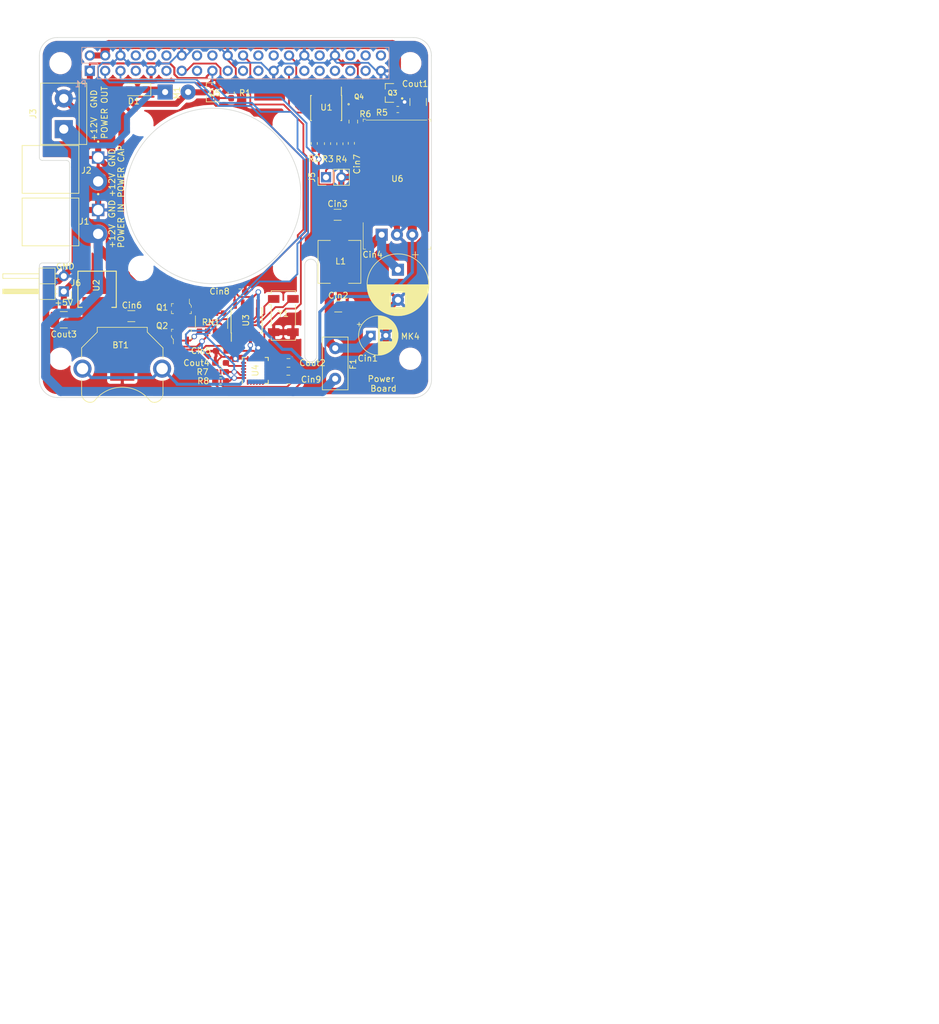
<source format=kicad_pcb>
(kicad_pcb (version 20171130) (host pcbnew "(5.1.0)-1")
  (title_block (title "Universal Interface Board") (date 2020-01-13) (rev -) (company "Beech Design Ltd"))
  (layers (0 F.Cu signal) (31 B.Cu signal) (34 B.Paste user) (35 F.Paste user) (36 B.SilkS user) (37 F.SilkS user) (38 B.Mask user) (39 F.Mask user) (44 Edge.Cuts user))
  (net 0 "")
  (net 1 +3V3)
  (net 2 +5V)
  (net 3 GND)
  (net 4 "Net-(BT1-Pad1)")
  (net 5 +12V)
  (net 6 5VPROTECTED)
  (net 7 SDA)
  (net 8 SCL)
  (net 9 FAN)
  (net 10 "Net-(Q3-Pad1)")
  (net 11 "Net-(Q4-Pad1)")
  (net 12 "Net-(U3-Pad7)")
  (net 13 "Net-(P1-Pad29)")
  (net 14 "Net-(P1-Pad40)")
  (net 15 "Net-(Cin1-Pad1)")
  (net 16 "Net-(Cin3-Pad1)")
  (net 17 "Net-(Cout3-Pad1)")
  (net 18 "Net-(D1-Pad2)")
  (net 19 "Net-(J5-Pad1)")
  (net 20 "Net-(P1-Pad7)")
  (net 21 "Net-(P1-Pad8)")
  (net 22 "Net-(P1-Pad10)")
  (net 23 "Net-(P1-Pad11)")
  (net 24 "Net-(P1-Pad12)")
  (net 25 "Net-(P1-Pad15)")
  (net 26 "Net-(P1-Pad16)")
  (net 27 "Net-(P1-Pad18)")
  (net 28 "Net-(P1-Pad19)")
  (net 29 "Net-(P1-Pad21)")
  (net 30 "Net-(P1-Pad23)")
  (net 31 "Net-(P1-Pad24)")
  (net 32 "Net-(P1-Pad26)")
  (net 33 ID_SD)
  (net 34 ID_SC)
  (net 35 "Net-(P1-Pad31)")
  (net 36 "Net-(P1-Pad32)")
  (net 37 "Net-(P1-Pad33)")
  (net 38 "Net-(P1-Pad35)")
  (net 39 "Net-(P1-Pad36)")
  (net 40 "Net-(P1-Pad37)")
  (net 41 "Net-(P1-Pad38)")
  (net 42 "Net-(Q1-Pad3)")
  (net 43 "Net-(Q2-Pad3)")
  (net 44 "Net-(Q5-Pad1)")
  (net 45 "Net-(U3-Pad1)")
  (net 46 "Net-(U3-Pad2)")
  (net 47 "Net-(Cout2-Pad2)")
  (net 48 "Net-(Cout4-Pad2)")
  (net 49 INTERRUPT)
  (net 50 "Net-(U4-Pad1)")
  (net 51 "Net-(U4-Pad6)")
  (net 52 "Net-(U4-Pad7)")
  (module MountingHole:MountingHole_2.7mm_M2.5 (layer F.Cu) (at 169.45 69.56 180)
    (fp_text reference MK2 hide)
    (fp_text value M2.5)
    (pad 1 np_thru_hole circle (at 0 0 180) (size 2.7 2.7) (drill 2.7) (layers *.Cu *.Mask))
  )
  (module Connector_PinSocket_2.54mm:PinSocket_2x20_P2.54mm_Vertical (layer B.Cu) (at 116.32 70.83 270)
    (fp_text reference P1 (at 2.208 1.512) (layer B.SilkS) (effects (justify mirror)))
    (fp_text value Conn_02x20_Odd_Even)
    (pad 1 thru_hole rect (at 0 0 270) (size 1.7 1.7) (drill 1) (layers *.Cu *.Mask) (net 1 +3V3))
    (pad 2 thru_hole oval (at -2.54 0 270) (size 1.7 1.7) (drill 1) (layers *.Cu *.Mask) (net 6 5VPROTECTED))
    (pad 3 thru_hole oval (at 0 -2.54 270) (size 1.7 1.7) (drill 1) (layers *.Cu *.Mask) (net 7 SDA))
    (pad 4 thru_hole oval (at -2.54 -2.54 270) (size 1.7 1.7) (drill 1) (layers *.Cu *.Mask) (net 6 5VPROTECTED))
    (pad 5 thru_hole oval (at 0 -5.08 270) (size 1.7 1.7) (drill 1) (layers *.Cu *.Mask) (net 8 SCL))
    (pad 6 thru_hole oval (at -2.54 -5.08 270) (size 1.7 1.7) (drill 1) (layers *.Cu *.Mask) (net 3 GND))
    (pad 7 thru_hole oval (at 0 -7.62 270) (size 1.7 1.7) (drill 1) (layers *.Cu *.Mask) (net 20 "Net-(P1-Pad7)"))
    (pad 8 thru_hole oval (at -2.54 -7.62 270) (size 1.7 1.7) (drill 1) (layers *.Cu *.Mask) (net 21 "Net-(P1-Pad8)"))
    (pad 9 thru_hole oval (at 0 -10.16 270) (size 1.7 1.7) (drill 1) (layers *.Cu *.Mask) (net 3 GND))
    (pad 10 thru_hole oval (at -2.54 -10.16 270) (size 1.7 1.7) (drill 1) (layers *.Cu *.Mask) (net 22 "Net-(P1-Pad10)"))
    (pad 11 thru_hole oval (at 0 -12.7 270) (size 1.7 1.7) (drill 1) (layers *.Cu *.Mask) (net 23 "Net-(P1-Pad11)"))
    (pad 12 thru_hole oval (at -2.54 -12.7 270) (size 1.7 1.7) (drill 1) (layers *.Cu *.Mask) (net 24 "Net-(P1-Pad12)"))
    (pad 13 thru_hole oval (at 0 -15.24 270) (size 1.7 1.7) (drill 1) (layers *.Cu *.Mask) (net 9 FAN))
    (pad 14 thru_hole oval (at -2.54 -15.24 270) (size 1.7 1.7) (drill 1) (layers *.Cu *.Mask) (net 3 GND))
    (pad 15 thru_hole oval (at 0 -17.78 270) (size 1.7 1.7) (drill 1) (layers *.Cu *.Mask) (net 25 "Net-(P1-Pad15)"))
    (pad 16 thru_hole oval (at -2.54 -17.78 270) (size 1.7 1.7) (drill 1) (layers *.Cu *.Mask) (net 26 "Net-(P1-Pad16)"))
    (pad 17 thru_hole oval (at 0 -20.32 270) (size 1.7 1.7) (drill 1) (layers *.Cu *.Mask) (net 1 +3V3))
    (pad 18 thru_hole oval (at -2.54 -20.32 270) (size 1.7 1.7) (drill 1) (layers *.Cu *.Mask) (net 27 "Net-(P1-Pad18)"))
    (pad 19 thru_hole oval (at 0 -22.86 270) (size 1.7 1.7) (drill 1) (layers *.Cu *.Mask) (net 28 "Net-(P1-Pad19)"))
    (pad 20 thru_hole oval (at -2.54 -22.86 270) (size 1.7 1.7) (drill 1) (layers *.Cu *.Mask) (net 3 GND))
    (pad 21 thru_hole oval (at 0 -25.4 270) (size 1.7 1.7) (drill 1) (layers *.Cu *.Mask) (net 29 "Net-(P1-Pad21)"))
    (pad 22 thru_hole oval (at -2.54 -25.4 270) (size 1.7 1.7) (drill 1) (layers *.Cu *.Mask) (net 49 INTERRUPT))
    (pad 23 thru_hole oval (at 0 -27.94 270) (size 1.7 1.7) (drill 1) (layers *.Cu *.Mask) (net 30 "Net-(P1-Pad23)"))
    (pad 24 thru_hole oval (at -2.54 -27.94 270) (size 1.7 1.7) (drill 1) (layers *.Cu *.Mask) (net 31 "Net-(P1-Pad24)"))
    (pad 25 thru_hole oval (at 0 -30.48 270) (size 1.7 1.7) (drill 1) (layers *.Cu *.Mask) (net 3 GND))
    (pad 26 thru_hole oval (at -2.54 -30.48 270) (size 1.7 1.7) (drill 1) (layers *.Cu *.Mask) (net 32 "Net-(P1-Pad26)"))
    (pad 27 thru_hole oval (at 0 -33.02 270) (size 1.7 1.7) (drill 1) (layers *.Cu *.Mask) (net 33 ID_SD))
    (pad 28 thru_hole oval (at -2.54 -33.02 270) (size 1.7 1.7) (drill 1) (layers *.Cu *.Mask) (net 34 ID_SC))
    (pad 29 thru_hole oval (at 0 -35.56 270) (size 1.7 1.7) (drill 1) (layers *.Cu *.Mask) (net 13 "Net-(P1-Pad29)"))
    (pad 30 thru_hole oval (at -2.54 -35.56 270) (size 1.7 1.7) (drill 1) (layers *.Cu *.Mask) (net 3 GND))
    (pad 31 thru_hole oval (at 0 -38.1 270) (size 1.7 1.7) (drill 1) (layers *.Cu *.Mask) (net 35 "Net-(P1-Pad31)"))
    (pad 32 thru_hole oval (at -2.54 -38.1 270) (size 1.7 1.7) (drill 1) (layers *.Cu *.Mask) (net 36 "Net-(P1-Pad32)"))
    (pad 33 thru_hole oval (at 0 -40.64 270) (size 1.7 1.7) (drill 1) (layers *.Cu *.Mask) (net 37 "Net-(P1-Pad33)"))
    (pad 34 thru_hole oval (at -2.54 -40.64 270) (size 1.7 1.7) (drill 1) (layers *.Cu *.Mask) (net 3 GND))
    (pad 35 thru_hole oval (at 0 -43.18 270) (size 1.7 1.7) (drill 1) (layers *.Cu *.Mask) (net 38 "Net-(P1-Pad35)"))
    (pad 36 thru_hole oval (at -2.54 -43.18 270) (size 1.7 1.7) (drill 1) (layers *.Cu *.Mask) (net 39 "Net-(P1-Pad36)"))
    (pad 37 thru_hole oval (at 0 -45.72 270) (size 1.7 1.7) (drill 1) (layers *.Cu *.Mask) (net 40 "Net-(P1-Pad37)"))
    (pad 38 thru_hole oval (at -2.54 -45.72 270) (size 1.7 1.7) (drill 1) (layers *.Cu *.Mask) (net 41 "Net-(P1-Pad38)"))
    (pad 39 thru_hole oval (at 0 -48.26 270) (size 1.7 1.7) (drill 1) (layers *.Cu *.Mask) (net 3 GND))
    (pad 40 thru_hole oval (at -2.54 -48.26 270) (size 1.7 1.7) (drill 1) (layers *.Cu *.Mask) (net 14 "Net-(P1-Pad40)"))
  )
  (module digikey-footprints:SOT91P240X110-3N_DMG2305UX-7 (layer F.Cu) (at 166 74.5 180)
    (fp_text reference Q3 (at -0.5 0) (layer F.SilkS) (effects (font (size 0.8 0.8))))
    (fp_text value DMG2305UX-7)
    (pad 3 smd rect (at 1.025 0 180) (size 1.18 0.61) (layers F.Cu F.Paste F.Mask) (net 2 +5V))
    (pad 2 smd rect (at -1.025 0.915 180) (size 1.18 0.61) (layers F.Cu F.Paste F.Mask) (net 6 5VPROTECTED))
    (pad 1 smd rect (at -1.025 -0.915 180) (size 1.18 0.61) (layers F.Cu F.Paste F.Mask) (net 10 "Net-(Q3-Pad1)"))
  )
  (module Package_SO:SOIC-8_3.9x4.9mm_P1.27mm (layer F.Cu) (at 142.3 112.2 90)
    (fp_text reference U3 (at 0 -0.1 90) (layer F.SilkS))
    (fp_text value DS1307_)
    (pad 1 smd rect (at -2.7 -1.905 90) (size 1.55 0.6) (layers F.Cu F.Paste F.Mask) (net 45 "Net-(U3-Pad1)"))
    (pad 2 smd rect (at -2.7 -0.635 90) (size 1.55 0.6) (layers F.Cu F.Paste F.Mask) (net 46 "Net-(U3-Pad2)"))
    (pad 3 smd rect (at -2.7 0.635 90) (size 1.55 0.6) (layers F.Cu F.Paste F.Mask) (net 4 "Net-(BT1-Pad1)"))
    (pad 4 smd rect (at -2.7 1.905 90) (size 1.55 0.6) (layers F.Cu F.Paste F.Mask) (net 3 GND))
    (pad 5 smd rect (at 2.7 1.905 90) (size 1.55 0.6) (layers F.Cu F.Paste F.Mask) (net 42 "Net-(Q1-Pad3)"))
    (pad 6 smd rect (at 2.7 0.635 90) (size 1.55 0.6) (layers F.Cu F.Paste F.Mask) (net 43 "Net-(Q2-Pad3)"))
    (pad 7 smd rect (at 2.7 -0.635 90) (size 1.55 0.6) (layers F.Cu F.Paste F.Mask) (net 12 "Net-(U3-Pad7)"))
    (pad 8 smd rect (at 2.7 -1.905 90) (size 1.55 0.6) (layers F.Cu F.Paste F.Mask) (net 2 +5V))
  )
  (module digikey-footprints:DPAK (layer F.Cu) (at 117.5 105.8 180)
    (fp_text reference U2 (at 0.1 -0.6 -90) (layer F.SilkS) (effects (font (size 1.003488 1.003488))))
    (fp_text value LF50_TO220)
    (pad 1 smd rect (at -2.2606 3.6576 180) (size 1.6002 2.9972) (layers F.Cu F.Paste F.Mask) (net 5 +12V))
    (pad 3 smd rect (at 2.2098 3.6576 180) (size 1.6002 2.9972) (layers F.Cu F.Paste F.Mask) (net 17 "Net-(Cout3-Pad1)"))
    (pad 2 smd rect (at 0 -4.6228 180) (size 4.826 4.191) (layers F.Cu F.Paste F.Mask) (net 3 GND))
  )
  (module Battery:BatteryHolder_Keystone_3001_1x12mm (layer F.Cu) (at 121.7 120.2)
    (fp_text reference BT1 (at -0.275 -3.9) (layer F.SilkS))
    (fp_text value Battery_Cell)
    (pad 1 thru_hole circle (at -6.6 0) (size 3 3) (drill 1.9) (layers *.Cu *.Mask) (net 4 "Net-(BT1-Pad1)"))
    (pad 1 thru_hole circle (at 6.6 0) (size 3 3) (drill 1.9) (layers *.Cu *.Mask) (net 4 "Net-(BT1-Pad1)"))
    (pad 2 smd rect (at 0 0) (size 4 4) (layers F.Cu F.Mask) (net 3 GND))
  )
  (module Resistor_SMD:R_0603_1608Metric_Pad1.05x0.95mm_HandSolder (layer F.Cu) (at 167.375 77.25)
    (fp_text reference R5 (at -2.625 0.5 180) (layer F.SilkS))
    (fp_text value 47K)
    (pad 1 smd roundrect (at -0.875 0) (size 1.05 0.95) (layers F.Cu F.Paste F.Mask) (net 10 "Net-(Q3-Pad1)"))
    (pad 2 smd roundrect (at 0.875 0) (size 1.05 0.95) (layers F.Cu F.Paste F.Mask) (net 3 GND))
  )
  (module digikey-footprints:193-4043 (layer F.Cu) (at 164.7 98)
    (fp_text reference U6 (at 2.6 -9.275) (layer F.SilkS))
    (fp_text value "193-4043 ")
    (pad 1 thru_hole rect (at 0 0) (size 2 2) (drill 1) (layers *.Cu *.Mask) (net 16 "Net-(Cin3-Pad1)"))
    (pad 2 thru_hole circle (at 2.54 0) (size 2 2) (drill 1) (layers *.Cu *.Mask) (net 3 GND))
    (pad 3 thru_hole circle (at 5.08 0) (size 2 2) (drill 1) (layers *.Cu *.Mask) (net 2 +5V))
  )
  (module MountingHole:MountingHole_2.7mm_M2.5 (layer F.Cu) (at 111.45 69.56 180)
    (fp_text reference MK1 hide)
    (fp_text value M2.5)
    (pad 1 np_thru_hole circle (at 0 0 180) (size 2.7 2.7) (drill 2.7) (layers *.Cu *.Mask))
  )
  (module MountingHole:MountingHole_3.2mm_M3_ISO14580 (layer F.Cu) (at 124.778 79.579)
    (fp_text reference Fan1 hide)
    (fp_text value MountingHole_3.2mm_M3_ISO14580)
    (pad 1 np_thru_hole circle (at 0 0) (size 3.2 3.2) (drill 3.2) (layers *.Cu *.Mask))
  )
  (module MountingHole:MountingHole_3.2mm_M3_ISO14580 (layer F.Cu) (at 148.718 79.579)
    (fp_text reference Fan2 hide)
    (fp_text value MountingHole_3.2mm_M3_ISO14580)
    (pad 1 np_thru_hole circle (at 0 0) (size 3.2 3.2) (drill 3.2) (layers *.Cu *.Mask))
  )
  (module MountingHole:MountingHole_3.2mm_M3_ISO14580 (layer F.Cu) (at 148.78 103.581)
    (fp_text reference Fan4 hide)
    (fp_text value MountingHole_3.2mm_M3_ISO14580)
    (pad 1 np_thru_hole circle (at 0 0) (size 3.2 3.2) (drill 3.2) (layers *.Cu *.Mask))
  )
  (module MountingHole:MountingHole_3.2mm_M3_ISO14580 (layer F.Cu) (at 124.778 103.581)
    (fp_text reference Fan3 hide)
    (fp_text value MountingHole_3.2mm_M3_ISO14580)
    (pad 1 np_thru_hole circle (at 0 0) (size 3.2 3.2) (drill 3.2) (layers *.Cu *.Mask))
  )
  (module MountingHole:MountingHole_2.7mm_M2.5 (layer F.Cu) (at 169.45 118.56)
    (fp_text reference MK4 (at 0 -3.7) (layer F.SilkS))
    (fp_text value M2.5)
    (pad 1 np_thru_hole circle (at 0 0) (size 2.7 2.7) (drill 2.7) (layers *.Cu *.Mask))
  )
  (module MountingHole:MountingHole_2.7mm_M2.5 (layer F.Cu) (at 111.45 118.56)
    (fp_text reference MK3 hide)
    (fp_text value M2.5)
    (pad 1 np_thru_hole circle (at 0 0) (size 2.7 2.7) (drill 2.7) (layers *.Cu *.Mask))
  )
  (module Capacitor_THT:CP_Radial_D6.3mm_P2.50mm (layer F.Cu) (at 162.9 114.7)
    (fp_text reference Cin1 (at -0.5 3.8) (layer F.SilkS))
    (fp_text value 100uF)
    (pad 1 thru_hole rect (at 0 0) (size 1.6 1.6) (drill 0.8) (layers *.Cu *.Mask) (net 15 "Net-(Cin1-Pad1)"))
    (pad 2 thru_hole circle (at 2.5 0) (size 1.6 1.6) (drill 0.8) (layers *.Cu *.Mask) (net 3 GND))
  )
  (module Capacitor_SMD:C_1206_3216Metric_Pad1.42x1.75mm_HandSolder (layer F.Cu) (at 157.5 109.9)
    (fp_text reference Cin2 (at 0 -1.82) (layer F.SilkS))
    (fp_text value 10uF)
    (pad 2 smd roundrect (at 1.4875 0) (size 1.425 1.75) (layers F.Cu F.Paste F.Mask) (roundrect_rratio 0.175439) (net 3 GND))
    (pad 1 smd roundrect (at -1.4875 0) (size 1.425 1.75) (layers F.Cu F.Paste F.Mask) (roundrect_rratio 0.175439) (net 15 "Net-(Cin1-Pad1)"))
  )
  (module Capacitor_SMD:C_1206_3216Metric_Pad1.42x1.75mm_HandSolder (layer F.Cu) (at 157.4 94.7)
    (fp_text reference Cin3 (at 0 -1.82) (layer F.SilkS))
    (fp_text value 10uF)
    (pad 1 smd roundrect (at -1.4875 0) (size 1.425 1.75) (layers F.Cu F.Paste F.Mask) (roundrect_rratio 0.175439) (net 16 "Net-(Cin3-Pad1)"))
    (pad 2 smd roundrect (at 1.4875 0) (size 1.425 1.75) (layers F.Cu F.Paste F.Mask) (roundrect_rratio 0.175439) (net 3 GND))
  )
  (module Capacitor_THT:CP_Radial_D10.0mm_P5.00mm (layer F.Cu) (at 167.4 103.8 270)
    (fp_text reference Cin4 (at -2.5 4.2) (layer F.SilkS))
    (fp_text value 680uF)
    (pad 1 thru_hole rect (at 0 0 270) (size 2 2) (drill 1) (layers *.Cu *.Mask) (net 16 "Net-(Cin3-Pad1)"))
    (pad 2 thru_hole circle (at 5 0 270) (size 2 2) (drill 1) (layers *.Cu *.Mask) (net 3 GND))
  )
  (module Capacitor_SMD:C_1206_3216Metric_Pad1.42x1.75mm_HandSolder (layer F.Cu) (at 123.2 111.5)
    (fp_text reference Cin6 (at 0.1 -1.8) (layer F.SilkS))
    (fp_text value 10uF)
    (pad 1 smd roundrect (at -1.4875 0) (size 1.425 1.75) (layers F.Cu F.Paste F.Mask) (roundrect_rratio 0.175439) (net 5 +12V))
    (pad 2 smd roundrect (at 1.4875 0) (size 1.425 1.75) (layers F.Cu F.Paste F.Mask) (roundrect_rratio 0.175439) (net 3 GND))
  )
  (module Capacitor_SMD:C_1210_3225Metric_Pad1.42x2.65mm_HandSolder (layer F.Cu) (at 170.75 76 90)
    (fp_text reference Cout1 (at 3.0125 -0.5 180) (layer F.SilkS))
    (fp_text value 22uF)
    (pad 1 smd roundrect (at -1.4875 0 90) (size 1.425 2.65) (layers F.Cu F.Paste F.Mask) (roundrect_rratio 0.175439) (net 2 +5V))
    (pad 2 smd roundrect (at 1.4875 0 90) (size 1.425 2.65) (layers F.Cu F.Paste F.Mask) (roundrect_rratio 0.175439) (net 3 GND))
  )
  (module Capacitor_SMD:C_1210_3225Metric_Pad1.42x2.65mm_HandSolder (layer F.Cu) (at 112 112.1)
    (fp_text reference Cout3 (at 0 2.4 180) (layer F.SilkS))
    (fp_text value 22uF)
    (pad 1 smd roundrect (at -1.4875 0) (size 1.425 2.65) (layers F.Cu F.Paste F.Mask) (roundrect_rratio 0.175439) (net 17 "Net-(Cout3-Pad1)"))
    (pad 2 smd roundrect (at 1.4875 0) (size 1.425 2.65) (layers F.Cu F.Paste F.Mask) (roundrect_rratio 0.175439) (net 3 GND))
  )
  (module Diode_SMD:D_SOD-123F (layer F.Cu) (at 124.225 73.95 180)
    (fp_text reference D1 (at 0.625 -1.925) (layer F.SilkS))
    (fp_text value BAS21H)
    (pad 1 smd rect (at -1.4 0 180) (size 1.1 1.1) (layers F.Cu F.Paste F.Mask) (net 5 +12V))
    (pad 2 smd rect (at 1.4 0 180) (size 1.1 1.1) (layers F.Cu F.Paste F.Mask) (net 18 "Net-(D1-Pad2)"))
  )
  (module TE_647676-2 (layer F.Cu) (at 117.7 93.9 270)
    (fp_text reference J1 (at 1.9 2.3) (layer F.SilkS))
    (fp_text value 647676-2)
    (pad 2 thru_hole circle (at 3.96 0 270) (size 2.05 2.05) (drill 1.7) (layers *.Cu *.Mask) (net 5 +12V))
    (pad 1 thru_hole rect (at 0 0 270) (size 2.05 2.05) (drill 1.7) (layers *.Cu *.Mask) (net 3 GND))
  )
  (module TE_647676-2 (layer F.Cu) (at 117.7 85.2 270)
    (fp_text reference J2 (at 2.15 1.95) (layer F.SilkS))
    (fp_text value 647676-2)
    (pad 2 thru_hole circle (at 3.96 0 270) (size 2.05 2.05) (drill 1.7) (layers *.Cu *.Mask) (net 5 +12V))
    (pad 1 thru_hole rect (at 0 0 270) (size 2.05 2.05) (drill 1.7) (layers *.Cu *.Mask) (net 3 GND))
  )
  (module Connector_PinHeader_2.54mm:PinHeader_1x02_P2.54mm_Horizontal (layer F.Cu) (at 112 107.4 180)
    (fp_text reference J6 (at -2 1.4 180) (layer F.SilkS))
    (fp_text value Conn_01x02)
    (pad 2 thru_hole oval (at 0 2.54 180) (size 1.7 1.7) (drill 1) (layers *.Cu *.Mask) (net 3 GND))
    (pad 1 thru_hole rect (at 0 0 180) (size 1.7 1.7) (drill 1) (layers *.Cu *.Mask) (net 17 "Net-(Cout3-Pad1)"))
  )
  (module Inductor_SMD:L_Wuerth_HCI-7050 (layer F.Cu) (at 157.7 102.5 90)
    (fp_text reference L1 (at 0.1 0.2 180) (layer F.SilkS))
    (fp_text value 22uH)
    (pad 1 smd rect (at -2.55 0 90) (size 2.7 2.2) (layers F.Cu F.Paste F.Mask) (net 15 "Net-(Cin1-Pad1)"))
    (pad 2 smd rect (at 2.55 0 90) (size 2.7 2.2) (layers F.Cu F.Paste F.Mask) (net 16 "Net-(Cin3-Pad1)"))
  )
  (module Connector_Wire:SolderWirePad_1x02_P3.81mm_Drill1mm (layer F.Cu) (at 128.8 74.35)
    (fp_text reference M1 (at 1.95 0.15 90) (layer F.SilkS))
    (fp_text value Fan)
    (pad 1 thru_hole rect (at 0 0) (size 2.49936 2.49936) (drill 1.00076) (layers *.Cu *.Mask) (net 5 +12V))
    (pad 2 thru_hole circle (at 3.81 0) (size 2.49936 2.49936) (drill 1.00076) (layers *.Cu *.Mask) (net 18 "Net-(D1-Pad2)"))
  )
  (module digikey-footprints:SOT26 (layer F.Cu) (at 161 75.1 90)
    (fp_text reference Q4 (at -0.025 -0.05) (layer F.SilkS) (effects (font (size 0.801835 0.801835))))
    (fp_text value DMMT5401-7)
    (pad 6 smd rect (at 1.15 -0.95 90) (size 0.9 0.6) (layers F.Cu F.Paste F.Mask) (net 2 +5V))
    (pad 5 smd rect (at 1.15 0 90) (size 0.9 0.6) (layers F.Cu F.Paste F.Mask) (net 6 5VPROTECTED))
    (pad 4 smd rect (at 1.15 0.95 90) (size 0.9 0.6) (layers F.Cu F.Paste F.Mask) (net 10 "Net-(Q3-Pad1)"))
    (pad 3 smd rect (at -1.15 0.95 90) (size 0.9 0.6) (layers F.Cu F.Paste F.Mask) (net 11 "Net-(Q4-Pad1)"))
    (pad 2 smd rect (at -1.15 0 90) (size 0.9 0.6) (layers F.Cu F.Paste F.Mask) (net 11 "Net-(Q4-Pad1)"))
    (pad 1 smd rect (at -1.15 -0.95 90) (size 0.9 0.6) (layers F.Cu F.Paste F.Mask) (net 11 "Net-(Q4-Pad1)"))
  )
  (module Resistor_SMD:R_0603_1608Metric_Pad1.05x0.95mm_HandSolder (layer F.Cu) (at 139.75 74.5 90)
    (fp_text reference R1 (at 0 2.3 180) (layer F.SilkS))
    (fp_text value 10K)
    (pad 1 smd roundrect (at -0.875 0 90) (size 1.05 0.95) (layers F.Cu F.Paste F.Mask) (net 44 "Net-(Q5-Pad1)"))
    (pad 2 smd roundrect (at 0.875 0 90) (size 1.05 0.95) (layers F.Cu F.Paste F.Mask) (net 9 FAN))
  )
  (module Resistor_SMD:R_0603_1608Metric_Pad1.05x0.95mm_HandSolder (layer F.Cu) (at 153.525 82.875 270)
    (fp_text reference R2 (at 2.525 0.05) (layer F.SilkS))
    (fp_text value 4.7K)
    (pad 2 smd roundrect (at 0.875 0 270) (size 1.05 0.95) (layers F.Cu F.Paste F.Mask) (net 1 +3V3))
    (pad 1 smd roundrect (at -0.875 0 270) (size 1.05 0.95) (layers F.Cu F.Paste F.Mask) (net 33 ID_SD))
  )
  (module Resistor_SMD:R_0603_1608Metric_Pad1.05x0.95mm_HandSolder (layer F.Cu) (at 155.725 82.9 270)
    (fp_text reference R3 (at 2.55 -0.05) (layer F.SilkS))
    (fp_text value 4.7K)
    (pad 1 smd roundrect (at -0.875 0 270) (size 1.05 0.95) (layers F.Cu F.Paste F.Mask) (net 34 ID_SC))
    (pad 2 smd roundrect (at 0.875 0 270) (size 1.05 0.95) (layers F.Cu F.Paste F.Mask) (net 1 +3V3))
  )
  (module Resistor_SMD:R_0603_1608Metric_Pad1.05x0.95mm_HandSolder (layer F.Cu) (at 157.775 82.925 270)
    (fp_text reference R4 (at 2.575 -0.25) (layer F.SilkS))
    (fp_text value 1K)
    (pad 2 smd roundrect (at 0.875 0 270) (size 1.05 0.95) (layers F.Cu F.Paste F.Mask) (net 1 +3V3))
    (pad 1 smd roundrect (at -0.875 0 270) (size 1.05 0.95) (layers F.Cu F.Paste F.Mask) (net 19 "Net-(J5-Pad1)"))
  )
  (module Resistor_SMD:R_0805_2012Metric_Pad1.15x1.40mm_HandSolder (layer F.Cu) (at 160 79.25 90)
    (fp_text reference R6 (at 1.25 2) (layer F.SilkS))
    (fp_text value 10K)
    (pad 1 smd roundrect (at -1.025 0 90) (size 1.15 1.4) (layers F.Cu F.Paste F.Mask) (roundrect_rratio 0.217391) (net 3 GND))
    (pad 2 smd roundrect (at 1.025 0 90) (size 1.15 1.4) (layers F.Cu F.Paste F.Mask) (roundrect_rratio 0.217391) (net 11 "Net-(Q4-Pad1)"))
  )
  (module Package_TO_SOT_SMD:SOT-23 (layer F.Cu) (at 136.4 74.4 180)
    (fp_text reference Q5 (at -0.6 -0.1 180) (layer F.SilkS))
    (fp_text value IRFML8244TRPBF)
    (pad 1 smd rect (at -1 -0.95 180) (size 0.9 0.8) (layers F.Cu F.Paste F.Mask) (net 44 "Net-(Q5-Pad1)"))
    (pad 2 smd rect (at -1 0.95 180) (size 0.9 0.8) (layers F.Cu F.Paste F.Mask) (net 3 GND))
    (pad 3 smd rect (at 1 0 180) (size 0.9 0.8) (layers F.Cu F.Paste F.Mask) (net 18 "Net-(D1-Pad2)"))
  )
  (module Capacitor_SMD:C_0603_1608Metric_Pad1.05x0.95mm_HandSolder (layer F.Cu) (at 159.675 82.85 270)
    (fp_text reference Cin7 (at 3.45 -0.925 90) (layer F.SilkS))
    (fp_text value 100nF)
    (pad 1 smd roundrect (at -0.875 0 270) (size 1.05 0.95) (layers F.Cu F.Paste F.Mask) (net 3 GND))
    (pad 2 smd roundrect (at 0.875 0 270) (size 1.05 0.95) (layers F.Cu F.Paste F.Mask) (net 1 +3V3))
  )
  (module Package_SO:SOIC-8_3.9x4.9mm_P1.27mm (layer F.Cu) (at 155.5 77 270)
    (fp_text reference U1 (at -0.1 -0.05) (layer F.SilkS))
    (fp_text value CAT24C128)
    (pad 1 smd rect (at -2.7 -1.905 270) (size 1.55 0.6) (layers F.Cu F.Paste F.Mask) (net 3 GND))
    (pad 2 smd rect (at -2.7 -0.635 270) (size 1.55 0.6) (layers F.Cu F.Paste F.Mask) (net 3 GND))
    (pad 3 smd rect (at -2.7 0.635 270) (size 1.55 0.6) (layers F.Cu F.Paste F.Mask) (net 3 GND))
    (pad 4 smd rect (at -2.7 1.905 270) (size 1.55 0.6) (layers F.Cu F.Paste F.Mask) (net 3 GND))
    (pad 5 smd rect (at 2.7 1.905 270) (size 1.55 0.6) (layers F.Cu F.Paste F.Mask) (net 33 ID_SD))
    (pad 6 smd rect (at 2.7 0.635 270) (size 1.55 0.6) (layers F.Cu F.Paste F.Mask) (net 34 ID_SC))
    (pad 7 smd rect (at 2.7 -0.635 270) (size 1.55 0.6) (layers F.Cu F.Paste F.Mask) (net 19 "Net-(J5-Pad1)"))
    (pad 8 smd rect (at 2.7 -1.905 270) (size 1.55 0.6) (layers F.Cu F.Paste F.Mask) (net 1 +3V3))
  )
  (module Connector_PinHeader_2.54mm:PinHeader_1x02_P2.54mm_Vertical (layer F.Cu) (at 155.475 88.475 90)
    (fp_text reference J5 (at 0 -2.33 90) (layer F.SilkS))
    (fp_text value Conn_01x02)
    (pad 1 thru_hole rect (at 0 0 90) (size 1.7 1.7) (drill 1) (layers *.Cu *.Mask) (net 19 "Net-(J5-Pad1)"))
    (pad 2 thru_hole oval (at 0 2.54 90) (size 1.7 1.7) (drill 1) (layers *.Cu *.Mask) (net 3 GND))
  )
  (module Capacitor_SMD:C_0603_1608Metric_Pad1.05x0.95mm_HandSolder (layer F.Cu) (at 141.2 107.5)
    (fp_text reference Cin8 (at -3.375 -0.1 180) (layer F.SilkS))
    (fp_text value 100nF)
    (pad 1 smd roundrect (at -0.875 0) (size 1.05 0.95) (layers F.Cu F.Paste F.Mask) (net 2 +5V))
    (pad 2 smd roundrect (at 0.875 0) (size 1.05 0.95) (layers F.Cu F.Paste F.Mask) (net 3 GND))
  )
  (module digikey-footprints:SOT-23-3 (layer F.Cu) (at 131.5 110.25 270)
    (fp_text reference Q1 (at -0.2 3.2) (layer F.SilkS))
    (fp_text value BSS138)
    (pad 3 smd rect (at 1.05 0 270) (size 1.3 0.6) (layers F.Cu F.Paste F.Mask) (net 42 "Net-(Q1-Pad3)"))
    (pad 2 smd rect (at -1.05 0.95 270) (size 1.3 0.6) (layers F.Cu F.Paste F.Mask) (net 7 SDA))
    (pad 1 smd rect (at -1.05 -0.95 270) (size 1.3 0.6) (layers F.Cu F.Paste F.Mask) (net 7 SDA))
  )
  (module digikey-footprints:SOT-23-3 (layer F.Cu) (at 131.5 114.5 90)
    (fp_text reference Q2 (at 1.4 -3.2 180) (layer F.SilkS))
    (fp_text value BSS138)
    (pad 1 smd rect (at -1.05 -0.95 90) (size 1.3 0.6) (layers F.Cu F.Paste F.Mask) (net 8 SCL))
    (pad 2 smd rect (at -1.05 0.95 90) (size 1.3 0.6) (layers F.Cu F.Paste F.Mask) (net 8 SCL))
    (pad 3 smd rect (at 1.05 0 90) (size 1.3 0.6) (layers F.Cu F.Paste F.Mask) (net 43 "Net-(Q2-Pad3)"))
  )
  (module Resistor_SMD:R_Array_Convex_4x1206 (layer F.Cu) (at 136.5 112.5 90)
    (fp_text reference RN1 (at 0 -0.1 180) (layer F.SilkS))
    (fp_text value 10K)
    (pad 1 smd rect (at -1.5 -2 90) (size 0.9 0.9) (layers F.Cu F.Paste F.Mask) (net 8 SCL))
    (pad 4 smd rect (at -1.5 2 90) (size 0.9 0.9) (layers F.Cu F.Paste F.Mask) (net 42 "Net-(Q1-Pad3)"))
    (pad 2 smd rect (at -1.5 -0.66 90) (size 0.9 0.9) (layers F.Cu F.Paste F.Mask) (net 7 SDA))
    (pad 3 smd rect (at -1.5 0.66 90) (size 0.9 0.9) (layers F.Cu F.Paste F.Mask) (net 43 "Net-(Q2-Pad3)"))
    (pad 7 smd rect (at 1.5 -0.66 90) (size 0.9 0.9) (layers F.Cu F.Paste F.Mask) (net 1 +3V3))
    (pad 8 smd rect (at 1.5 -2 90) (size 0.9 0.9) (layers F.Cu F.Paste F.Mask) (net 1 +3V3))
    (pad 5 smd rect (at 1.5 2 90) (size 0.9 0.9) (layers F.Cu F.Paste F.Mask) (net 2 +5V))
    (pad 6 smd rect (at 1.5 0.66 90) (size 0.9 0.9) (layers F.Cu F.Paste F.Mask) (net 2 +5V))
  )
  (module Crystal:Crystal_SMD_Abracon_ABS25-4Pin_8.0x3.8mm (layer F.Cu) (at 148.4 111.4)
    (fp_text reference Y1 (at 0 -0.3) (layer F.SilkS))
    (fp_text value Crystal_GND23)
    (pad 1 smd rect (at -1.6 -2.75 270) (size 1.3 1.9) (layers F.Cu F.Paste F.Mask) (net 45 "Net-(U3-Pad1)"))
    (pad 2 smd rect (at -1.6 2.75 270) (size 1.3 1.9) (layers F.Cu F.Paste F.Mask) (net 3 GND))
    (pad 3 smd rect (at 1.6 2.75 270) (size 1.3 1.9) (layers F.Cu F.Paste F.Mask) (net 3 GND))
    (pad 4 smd rect (at 1.6 -2.75 270) (size 1.3 1.9) (layers F.Cu F.Paste F.Mask) (net 46 "Net-(U3-Pad2)"))
  )
  (module Fuse:Fuse_Littelfuse_395Series (layer F.Cu) (at 157 116.8 270)
    (fp_text reference F1 (at 2.65 -2.95 270) (layer F.SilkS))
    (fp_text value "Fuse 1A")
    (pad 1 thru_hole circle (at 0 0 270) (size 2 2) (drill 1) (layers *.Cu *.Mask) (net 15 "Net-(Cin1-Pad1)"))
    (pad 2 thru_hole circle (at 5.08 0.01 270) (size 2 2) (drill 1) (layers *.Cu *.Mask) (net 5 +12V))
  )
  (module Capacitor_SMD:C_0603_1608Metric_Pad1.05x0.95mm_HandSolder (layer F.Cu) (at 138.125 117.25 180)
    (fp_text reference Cin5 (at 3.375 0 180) (layer F.SilkS))
    (fp_text value 10nF)
    (pad 1 smd roundrect (at -0.875 0 180) (size 1.05 0.95) (layers F.Cu F.Paste F.Mask) (net 1 +3V3))
    (pad 2 smd roundrect (at 0.875 0 180) (size 1.05 0.95) (layers F.Cu F.Paste F.Mask) (net 3 GND))
  )
  (module Capacitor_SMD:C_0805_2012Metric_Pad1.15x1.40mm_HandSolder (layer F.Cu) (at 149.225 122 180)
    (fp_text reference Cin9 (at -3.775 0 180) (layer F.SilkS))
    (fp_text value 0.1uF)
    (pad 1 smd roundrect (at -1.025 0 180) (size 1.15 1.4) (layers F.Cu F.Paste F.Mask) (roundrect_rratio 0.217391) (net 3 GND))
    (pad 2 smd roundrect (at 1.025 0 180) (size 1.15 1.4) (layers F.Cu F.Paste F.Mask) (roundrect_rratio 0.217391) (net 1 +3V3))
  )
  (module Capacitor_SMD:C_0805_2012Metric_Pad1.15x1.40mm_HandSolder (layer F.Cu) (at 149.25 119.25 180)
    (fp_text reference Cout2 (at -3.975 0 180) (layer F.SilkS))
    (fp_text value 0.1uF)
    (pad 2 smd roundrect (at 1.025 0 180) (size 1.15 1.4) (layers F.Cu F.Paste F.Mask) (roundrect_rratio 0.217391) (net 47 "Net-(Cout2-Pad2)"))
    (pad 1 smd roundrect (at -1.025 0 180) (size 1.15 1.4) (layers F.Cu F.Paste F.Mask) (roundrect_rratio 0.217391) (net 3 GND))
  )
  (module Capacitor_SMD:C_0603_1608Metric_Pad1.05x0.95mm_HandSolder (layer F.Cu) (at 138 119.25)
    (fp_text reference Cout4 (at -4 0) (layer F.SilkS))
    (fp_text value 2.2nF)
    (pad 2 smd roundrect (at 0.875 0) (size 1.05 0.95) (layers F.Cu F.Paste F.Mask) (net 48 "Net-(Cout4-Pad2)"))
    (pad 1 smd roundrect (at -0.875 0) (size 1.05 0.95) (layers F.Cu F.Paste F.Mask) (net 3 GND))
  )
  (module TerminalBlock:TerminalBlock_bornier-2_P5.08mm (layer F.Cu) (at 112 80.5 90)
    (fp_text reference J3 (at 2.54 -5.08 90) (layer F.SilkS))
    (fp_text value Screw_Terminal_01x02)
    (pad 1 thru_hole rect (at 0 0 90) (size 3 3) (drill 1.52) (layers *.Cu *.Mask) (net 5 +12V))
    (pad 2 thru_hole circle (at 5.08 0 90) (size 3 3) (drill 1.52) (layers *.Cu *.Mask) (net 3 GND))
  )
  (module Resistor_SMD:R_0603_1608Metric_Pad1.05x0.95mm_HandSolder (layer F.Cu) (at 138 120.75 180)
    (fp_text reference R7 (at 3 0 180) (layer F.SilkS))
    (fp_text value 4.7K)
    (pad 1 smd roundrect (at -0.875 0 180) (size 1.05 0.95) (layers F.Cu F.Paste F.Mask) (net 8 SCL))
    (pad 2 smd roundrect (at 0.875 0 180) (size 1.05 0.95) (layers F.Cu F.Paste F.Mask) (net 1 +3V3))
  )
  (module Resistor_SMD:R_0603_1608Metric_Pad1.05x0.95mm_HandSolder (layer F.Cu) (at 138 122.25 180)
    (fp_text reference R8 (at 2.875 0 180) (layer F.SilkS))
    (fp_text value 4.7K)
    (pad 2 smd roundrect (at 0.875 0 180) (size 1.05 0.95) (layers F.Cu F.Paste F.Mask) (net 1 +3V3))
    (pad 1 smd roundrect (at -0.875 0 180) (size 1.05 0.95) (layers F.Cu F.Paste F.Mask) (net 7 SDA))
  )
  (module Sensor_Motion:InvenSense_QFN-24_4x4mm_P0.5mm (layer F.Cu) (at 143.75 120.5 90)
    (fp_text reference U4 (at 0 0 90) (layer F.SilkS))
    (fp_text value MPU-6050)
    (pad 1 smd roundrect (at -1.95 -1.25 90) (size 0.85 0.3) (layers F.Cu F.Paste F.Mask) (net 50 "Net-(U4-Pad1)"))
    (pad 2 smd roundrect (at -1.95 -0.75 90) (size 0.85 0.3) (layers F.Cu F.Paste F.Mask))
    (pad 3 smd roundrect (at -1.95 -0.25 90) (size 0.85 0.3) (layers F.Cu F.Paste F.Mask))
    (pad 4 smd roundrect (at -1.95 0.25 90) (size 0.85 0.3) (layers F.Cu F.Paste F.Mask))
    (pad 5 smd roundrect (at -1.95 0.75 90) (size 0.85 0.3) (layers F.Cu F.Paste F.Mask))
    (pad 6 smd roundrect (at -1.95 1.25 90) (size 0.85 0.3) (layers F.Cu F.Paste F.Mask) (net 51 "Net-(U4-Pad6)"))
    (pad 7 smd roundrect (at -1.25 1.95 180) (size 0.85 0.3) (layers F.Cu F.Paste F.Mask) (net 52 "Net-(U4-Pad7)"))
    (pad 8 smd roundrect (at -0.75 1.95 180) (size 0.85 0.3) (layers F.Cu F.Paste F.Mask) (net 1 +3V3))
    (pad 9 smd roundrect (at -0.25 1.95 180) (size 0.85 0.3) (layers F.Cu F.Paste F.Mask) (net 1 +3V3))
    (pad 10 smd roundrect (at 0.25 1.95 180) (size 0.85 0.3) (layers F.Cu F.Paste F.Mask) (net 47 "Net-(Cout2-Pad2)"))
    (pad 11 smd roundrect (at 0.75 1.95 180) (size 0.85 0.3) (layers F.Cu F.Paste F.Mask) (net 3 GND))
    (pad 12 smd roundrect (at 1.25 1.95 180) (size 0.85 0.3) (layers F.Cu F.Paste F.Mask) (net 49 INTERRUPT))
    (pad 13 smd roundrect (at 1.95 1.25 90) (size 0.85 0.3) (layers F.Cu F.Paste F.Mask) (net 1 +3V3))
    (pad 14 smd roundrect (at 1.95 0.75 90) (size 0.85 0.3) (layers F.Cu F.Paste F.Mask))
    (pad 15 smd roundrect (at 1.95 0.25 90) (size 0.85 0.3) (layers F.Cu F.Paste F.Mask))
    (pad 16 smd roundrect (at 1.95 -0.25 90) (size 0.85 0.3) (layers F.Cu F.Paste F.Mask))
    (pad 17 smd roundrect (at 1.95 -0.75 90) (size 0.85 0.3) (layers F.Cu F.Paste F.Mask))
    (pad 18 smd roundrect (at 1.95 -1.25 90) (size 0.85 0.3) (layers F.Cu F.Paste F.Mask) (net 3 GND))
    (pad 19 smd roundrect (at 1.25 -1.95 180) (size 0.85 0.3) (layers F.Cu F.Paste F.Mask))
    (pad 20 smd roundrect (at 0.75 -1.95 180) (size 0.85 0.3) (layers F.Cu F.Paste F.Mask) (net 48 "Net-(Cout4-Pad2)"))
    (pad 21 smd roundrect (at 0.25 -1.95 180) (size 0.85 0.3) (layers F.Cu F.Paste F.Mask))
    (pad 22 smd roundrect (at -0.25 -1.95 180) (size 0.85 0.3) (layers F.Cu F.Paste F.Mask))
    (pad 23 smd roundrect (at -0.75 -1.95 180) (size 0.85 0.3) (layers F.Cu F.Paste F.Mask) (net 8 SCL))
    (pad 24 smd roundrect (at -1.25 -1.95 180) (size 0.85 0.3) (layers F.Cu F.Paste F.Mask) (net 7 SDA))
  )
  (gr_text "POWER OUT" (at 118.75 77.75 90) (layer F.SilkS) (effects (font (size 1 1))))
  (gr_text "POWER CAP" (at 121.5 87.5 90) (layer F.SilkS) (effects (font (size 1 1))))
  (gr_text "POWER IN" (at 121.5 96.5 90) (layer F.SilkS) (effects (font (size 1 1))))
  (gr_text GND (at 117 75.5 90) (layer F.SilkS) (effects (font (size 1 1))))
  (gr_text +12V (at 117 80.5 90) (layer F.SilkS) (effects (font (size 1 1))))
  (gr_text GND (at 112.25 103.25) (layer F.SilkS) (effects (font (size 1 1))))
  (gr_text "Power \nBoard" (at 165 122.7) (layer F.SilkS) (effects (font (size 1 1))))
  (gr_text +5V (at 112 109.25) (layer F.SilkS) (effects (font (size 1 1))))
  (gr_text GND (at 120 93.75 90) (layer F.SilkS) (effects (font (size 1 1))))
  (gr_text GND (at 120 85.25 90) (layer F.SilkS) (effects (font (size 1 1))))
  (gr_text +12V (at 120 89.75 90) (layer F.SilkS) (effects (font (size 1 1))))
  (gr_text +12V (at 120 98.25 90) (layer F.SilkS) (effects (font (size 1 1))))
  (gr_line (start 107.9504 103.187) (end 107.9504 121.981) (layer Edge.Cuts) (width 0.1))
  (gr_line (start 107.9504 68.31) (end 107.9504 85.187) (layer Edge.Cuts) (width 0.1))
  (gr_arc (start 112.4504 86.187) (end 112.4504 85.687) (angle 90) (layer Edge.Cuts) (width 0.1))
  (gr_arc (start 108.4504 85.187) (end 108.4504 85.687) (angle 90) (layer Edge.Cuts) (width 0.1))
  (gr_line (start 108.4504 85.687) (end 112.4504 85.687) (layer Edge.Cuts) (width 0.1))
  (gr_arc (start 108.4504 103.187) (end 107.9504 103.187) (angle 89.9) (layer Edge.Cuts) (width 0.1))
  (gr_arc (start 112.4504 102.187) (end 112.9504 102.187) (angle 90) (layer Edge.Cuts) (width 0.1))
  (gr_line (start 112.4504 102.687) (end 108.4504 102.687) (layer Edge.Cuts) (width 0.1))
  (gr_line (start 112.9504 86.187) (end 112.9504 102.187) (layer Edge.Cuts) (width 0.1))
  (gr_line (start 153.9504 103.06) (end 153.9504 118.06) (layer Edge.Cuts) (width 0.1))
  (gr_circle (center 136.7794 91.58) (end 151.3209 91.199) (layer Edge.Cuts) (width 0.1))
  (gr_line (start 151.9504 118.06) (end 151.9504 103.06) (layer Edge.Cuts) (width 0.1))
  (gr_arc (start 152.9504 103.06) (end 151.9504 103.06) (angle 180) (layer Edge.Cuts) (width 0.1))
  (gr_arc (start 152.9504 118.06) (end 153.9504 118.06) (angle 180) (layer Edge.Cuts) (width 0.1))
  (gr_arc (start 169.9504 68.31) (end 169.9504 65.31) (angle 90) (layer Edge.Cuts) (width 0.1))
  (gr_arc (start 169.9504 121.981) (end 172.9744 121.933) (angle 90.90938045) (layer Edge.Cuts) (width 0.1))
  (gr_arc (start 110.9504 121.981) (end 110.9504 124.981) (angle 90) (layer Edge.Cuts) (width 0.1))
  (gr_arc (start 110.9504 68.31) (end 107.9504 68.31) (angle 90) (layer Edge.Cuts) (width 0.1))
  (gr_line (start 169.9504 65.31) (end 110.9504 65.31) (layer Edge.Cuts) (width 0.1))
  (gr_line (start 172.9744 121.933) (end 172.9504 68.31) (layer Edge.Cuts) (width 0.1))
  (gr_line (start 110.9504 124.981) (end 169.9504 125.005381) (layer Edge.Cuts) (width 0.1))
  (segment (start 137.125 122.25) (end 137.125 120.75) (width 0.3) (layer F.Cu) (net 1))
  (segment (start 137.125 122.825) (end 137.125 122.25) (width 0.3) (layer F.Cu) (net 1))
  (segment (start 138.02502 123.72502) (end 137.125 122.825) (width 0.3) (layer F.Cu) (net 1))
  (segment (start 151.17501 122.698536) (end 150.148526 123.72502) (width 0.3) (layer F.Cu) (net 1))
  (segment (start 150.623546 120.75) (end 151.17501 121.301464) (width 0.3) (layer F.Cu) (net 1))
  (segment (start 150.148526 123.72502) (end 138.02502 123.72502) (width 0.3) (layer F.Cu) (net 1))
  (segment (start 151.17501 121.301464) (end 151.17501 122.698536) (width 0.3) (layer F.Cu) (net 1))
  (segment (start 145 118.025) (end 145 118.55) (width 0.3) (layer F.Cu) (net 1))
  (segment (start 145 118.023942) (end 145 118.025) (width 0.3) (layer F.Cu) (net 1))
  (segment (start 147.45 121.25) (end 145.7 121.25) (width 0.3) (layer F.Cu) (net 1))
  (segment (start 148.2 122) (end 147.45 121.25) (width 0.3) (layer F.Cu) (net 1))
  (segment (start 148.2 121.2) (end 147.75 120.75) (width 0.3) (layer F.Cu) (net 1))
  (segment (start 148.2 122) (end 148.2 121.2) (width 0.3) (layer F.Cu) (net 1))
  (segment (start 145.7 120.75) (end 147.75 120.75) (width 0.3) (layer F.Cu) (net 1))
  (segment (start 147.75 120.75) (end 150.623546 120.75) (width 0.3) (layer F.Cu) (net 1))
  (segment (start 159.65 83.75) (end 159.675 83.725) (width 0.3) (layer F.Cu) (net 1))
  (segment (start 158.274072 83.300928) (end 157.775 83.8) (width 0.3) (layer F.Cu) (net 1))
  (segment (start 158.60001 82.97499) (end 158.274072 83.300928) (width 0.3) (layer F.Cu) (net 1))
  (segment (start 158.60001 80.29501) (end 158.60001 82.97499) (width 0.3) (layer F.Cu) (net 1))
  (segment (start 158.005 79.7) (end 158.60001 80.29501) (width 0.3) (layer F.Cu) (net 1))
  (segment (start 157.405 79.7) (end 158.005 79.7) (width 0.3) (layer F.Cu) (net 1))
  (segment (start 129.762889 117.050011) (end 134.949989 117.050011) (width 0.3) (layer F.Cu) (net 1))
  (segment (start 134.5 109.669998) (end 133.030001 108.199999) (width 0.3) (layer F.Cu) (net 1))
  (segment (start 134.5 111) (end 134.5 109.669998) (width 0.3) (layer F.Cu) (net 1))
  (segment (start 133.030001 108.199999) (end 129.969999 108.199999) (width 0.3) (layer F.Cu) (net 1))
  (segment (start 129.969999 108.199999) (end 129.399989 108.770009) (width 0.3) (layer F.Cu) (net 1))
  (segment (start 129.399989 108.770009) (end 129.399989 116.687111) (width 0.3) (layer F.Cu) (net 1))
  (segment (start 129.399989 116.687111) (end 129.762889 117.050011) (width 0.3) (layer F.Cu) (net 1))
  (segment (start 138.500928 116.750928) (end 139 117.25) (width 0.3) (layer F.Cu) (net 1))
  (segment (start 138.17499 116.42499) (end 138.500928 116.750928) (width 0.3) (layer F.Cu) (net 1))
  (segment (start 135.57501 116.42499) (end 138.17499 116.42499) (width 0.3) (layer F.Cu) (net 1))
  (segment (start 134.949989 117.050011) (end 135.57501 116.42499) (width 0.3) (layer F.Cu) (net 1))
  (segment (start 134.5 111) (end 135.84 111) (width 0.3) (layer F.Cu) (net 1))
  (segment (start 135.694999 71.775001) (end 136.64 70.83) (width 0.35) (layer F.Cu) (net 1))
  (segment (start 130.971999 72.055001) (end 135.694999 72.055001) (width 0.35) (layer F.Cu) (net 1))
  (segment (start 116.32 69.63) (end 116.345001 69.604999) (width 0.35) (layer F.Cu) (net 1))
  (segment (start 116.32 70.83) (end 116.32 69.63) (width 0.35) (layer F.Cu) (net 1))
  (segment (start 135.694999 72.055001) (end 135.694999 71.775001) (width 0.35) (layer F.Cu) (net 1))
  (segment (start 116.345001 69.604999) (end 129.608001 69.604999) (width 0.35) (layer F.Cu) (net 1))
  (segment (start 129.608001 69.604999) (end 130.334999 70.331997) (width 0.35) (layer F.Cu) (net 1))
  (segment (start 130.334999 70.331997) (end 130.334999 71.418001) (width 0.35) (layer F.Cu) (net 1))
  (segment (start 130.334999 71.418001) (end 130.971999 72.055001) (width 0.35) (layer F.Cu) (net 1))
  (segment (start 116.32 72.68) (end 121.75 78.11) (width 1) (layer F.Cu) (net 1))
  (segment (start 116.32 70.83) (end 116.32 72.68) (width 1) (layer F.Cu) (net 1))
  (segment (start 121.480769 91.904743) (end 121.480769 103.50277) (width 1) (layer F.Cu) (net 1))
  (segment (start 121.75 78.11) (end 121.57557 78.28443) (width 1) (layer F.Cu) (net 1))
  (segment (start 121.57557 78.28443) (end 121.480769 91.904743) (width 1) (layer F.Cu) (net 1))
  (segment (start 126.563007 108.770009) (end 129.399989 108.770009) (width 1) (layer F.Cu) (net 1))
  (segment (start 122.477999 104.685001) (end 126.563007 108.770009) (width 1) (layer F.Cu) (net 1))
  (segment (start 122.477999 104.5) (end 122.477999 104.685001) (width 1) (layer F.Cu) (net 1))
  (segment (start 121.480769 103.50277) (end 122.477999 104.5) (width 1) (layer F.Cu) (net 1))
  (segment (start 133.425011 117.050011) (end 137.125 120.75) (width 0.3) (layer F.Cu) (net 1))
  (segment (start 129.762889 117.050011) (end 133.425011 117.050011) (width 0.3) (layer F.Cu) (net 1))
  (segment (start 158.92499 82.97499) (end 159.675 83.725) (width 0.3) (layer F.Cu) (net 1))
  (segment (start 158.60001 82.97499) (end 158.92499 82.97499) (width 0.3) (layer F.Cu) (net 1))
  (segment (start 153.55 83.775) (end 153.525 83.75) (width 0.3) (layer F.Cu) (net 1))
  (segment (start 155.725 83.775) (end 153.55 83.775) (width 0.3) (layer F.Cu) (net 1))
  (segment (start 157.775 84.425) (end 157.775 83.8) (width 0.3) (layer F.Cu) (net 1))
  (segment (start 157.775 85.73212) (end 157.775 84.425) (width 0.3) (layer F.Cu) (net 1))
  (segment (start 156.75 86.75712) (end 157.775 85.73212) (width 0.3) (layer F.Cu) (net 1))
  (segment (start 156.75 89.530002) (end 156.75 86.75712) (width 0.3) (layer F.Cu) (net 1))
  (segment (start 154.344999 89.675001) (end 156.605001 89.675001) (width 0.3) (layer F.Cu) (net 1))
  (segment (start 154.274999 89.605001) (end 154.344999 89.675001) (width 0.3) (layer F.Cu) (net 1))
  (segment (start 154.274999 84.650001) (end 154.274999 85.475001) (width 0.3) (layer F.Cu) (net 1))
  (segment (start 156.605001 89.675001) (end 156.75 89.530002) (width 0.3) (layer F.Cu) (net 1))
  (segment (start 155.15 83.775) (end 154.274999 84.650001) (width 0.3) (layer F.Cu) (net 1))
  (segment (start 155.725 83.775) (end 155.15 83.775) (width 0.3) (layer F.Cu) (net 1))
  (segment (start 154.274999 85.475001) (end 154.274999 89.605001) (width 0.3) (layer F.Cu) (net 1))
  (via (at 154.274999 85.475001) (size 0.9) (drill 0.6) (layers F.Cu B.Cu) (net 1))
  (segment (start 136.64 72.89) (end 136.64 70.83) (width 0.3) (layer B.Cu) (net 1))
  (segment (start 139 75.25) (end 136.64 72.89) (width 0.3) (layer B.Cu) (net 1))
  (segment (start 147.982122 75.25) (end 139 75.25) (width 0.3) (layer B.Cu) (net 1))
  (segment (start 152.25 79.517878) (end 147.982122 75.25) (width 0.3) (layer B.Cu) (net 1))
  (segment (start 154.274999 85.475001) (end 152.25 83.450002) (width 0.3) (layer B.Cu) (net 1))
  (segment (start 152.25 83.450002) (end 152.25 79.517878) (width 0.3) (layer B.Cu) (net 1))
  (segment (start 144.526059 117.550001) (end 143.800001 117.550001) (width 0.3) (layer F.Cu) (net 1))
  (segment (start 145 118.55) (end 145 118.023942) (width 0.3) (layer F.Cu) (net 1))
  (segment (start 145 118.023942) (end 144.526059 117.550001) (width 0.3) (layer F.Cu) (net 1))
  (segment (start 143.5 117.25) (end 139 117.25) (width 0.3) (layer F.Cu) (net 1))
  (segment (start 143.800001 117.550001) (end 143.5 117.25) (width 0.3) (layer F.Cu) (net 1))
  (segment (start 169.78 78.72) (end 171 77.5) (width 1.5) (layer F.Cu) (net 2))
  (segment (start 169.78 98) (end 169.78 78.72) (width 1.5) (layer F.Cu) (net 2))
  (segment (start 140.325 109.43) (end 140.395 109.5) (width 0.3) (layer F.Cu) (net 2))
  (segment (start 140.325 107.5) (end 140.325 109.43) (width 0.3) (layer F.Cu) (net 2))
  (segment (start 140 109.5) (end 138.5 111) (width 0.3) (layer F.Cu) (net 2))
  (segment (start 140.395 109.5) (end 140 109.5) (width 0.3) (layer F.Cu) (net 2))
  (segment (start 138.5 111) (end 137.16 111) (width 0.3) (layer F.Cu) (net 2))
  (segment (start 168 74.5) (end 164.975 74.5) (width 0.5) (layer F.Cu) (net 2))
  (segment (start 171 77.5) (end 168 74.5) (width 0.5) (layer F.Cu) (net 2))
  (segment (start 166.472712 78.72) (end 169.78 78.72) (width 0.5) (layer F.Cu) (net 2))
  (segment (start 162.932724 75.180012) (end 166.472712 78.72) (width 0.5) (layer F.Cu) (net 2))
  (segment (start 160.67001 75.180012) (end 162.932724 75.180012) (width 0.5) (layer F.Cu) (net 2))
  (segment (start 160.05 74.560002) (end 160.67001 75.180012) (width 0.5) (layer F.Cu) (net 2))
  (segment (start 160.05 73.95) (end 160.05 74.560002) (width 0.5) (layer F.Cu) (net 2))
  (segment (start 169.78 104.230002) (end 165.760002 108.25) (width 0.5) (layer B.Cu) (net 2))
  (segment (start 169.78 98) (end 169.78 104.230002) (width 0.5) (layer B.Cu) (net 2))
  (segment (start 154.45041 118.697622) (end 154.120963 119.027069) (width 0.5) (layer B.Cu) (net 2))
  (segment (start 154.45041 110.79959) (end 154.45041 118.697622) (width 0.5) (layer B.Cu) (net 2))
  (segment (start 165.760002 108.25) (end 157 108.25) (width 0.5) (layer B.Cu) (net 2))
  (segment (start 157 108.25) (end 154.45041 110.79959) (width 0.5) (layer B.Cu) (net 2))
  (segment (start 153.581511 119.566521) (end 152.316521 119.566521) (width 0.5) (layer B.Cu) (net 2))
  (segment (start 154.120963 119.027069) (end 153.581511 119.566521) (width 0.5) (layer B.Cu) (net 2))
  (segment (start 152.316521 119.566521) (end 149.75 117) (width 0.5) (layer B.Cu) (net 2))
  (segment (start 149.75 117) (end 148.25 117) (width 0.5) (layer B.Cu) (net 2))
  (segment (start 148.25 117) (end 144.25 113) (width 0.5) (layer B.Cu) (net 2))
  (segment (start 144.25 113) (end 144.25 107.5) (width 0.5) (layer B.Cu) (net 2))
  (segment (start 144.25 107.5) (end 144.25 107.5) (width 0.5) (layer B.Cu) (net 2))
  (via (at 144.25 107.5) (size 0.9) (drill 0.6) (layers F.Cu B.Cu) (net 2))
  (segment (start 143.800001 107.949999) (end 144.25 107.5) (width 0.3) (layer F.Cu) (net 2))
  (segment (start 143.42499 108.32501) (end 143.800001 107.949999) (width 0.3) (layer F.Cu) (net 2))
  (segment (start 141.15001 108.32501) (end 143.42499 108.32501) (width 0.3) (layer F.Cu) (net 2))
  (segment (start 140.325 107.5) (end 141.15001 108.32501) (width 0.3) (layer F.Cu) (net 2))
  (segment (start 139.530866 118.55) (end 139.230866 118.25) (width 0.3) (layer F.Cu) (net 3))
  (segment (start 142.5 118.55) (end 140.45 118.55) (width 0.3) (layer F.Cu) (net 3))
  (segment (start 138.125 118.25) (end 137.125 119.25) (width 0.3) (layer F.Cu) (net 3))
  (segment (start 139.230866 118.25) (end 138.125 118.25) (width 0.3) (layer F.Cu) (net 3))
  (segment (start 138.125 118.125) (end 137.25 117.25) (width 0.3) (layer F.Cu) (net 3))
  (segment (start 138.125 118.25) (end 138.125 118.125) (width 0.3) (layer F.Cu) (net 3))
  (segment (start 137.125 119.25) (end 138 120.125) (width 0.3) (layer F.Cu) (net 3))
  (segment (start 149.626628 122.623372) (end 150.25 122) (width 0.3) (layer F.Cu) (net 3))
  (segment (start 149.02499 123.22501) (end 149.626628 122.623372) (width 0.3) (layer F.Cu) (net 3))
  (segment (start 138 122.730866) (end 138.494144 123.22501) (width 0.3) (layer F.Cu) (net 3))
  (segment (start 138 120.125) (end 138 122.730866) (width 0.3) (layer F.Cu) (net 3))
  (segment (start 150.275 121.975) (end 150.25 122) (width 0.3) (layer F.Cu) (net 3))
  (segment (start 146.25 119.75) (end 147 119) (width 0.3) (layer F.Cu) (net 3))
  (segment (start 145.7 119.75) (end 146.25 119.75) (width 0.3) (layer F.Cu) (net 3))
  (segment (start 147 119) (end 147 118.75) (width 0.3) (layer F.Cu) (net 3))
  (segment (start 147 118.75) (end 147.75 118) (width 0.3) (layer F.Cu) (net 3))
  (segment (start 149.025 118) (end 150.275 119.25) (width 0.3) (layer F.Cu) (net 3))
  (segment (start 147.75 118) (end 149.025 118) (width 0.3) (layer F.Cu) (net 3))
  (segment (start 153.595 74.3) (end 157.405 74.3) (width 0.3) (layer F.Cu) (net 3))
  (segment (start 144.205 115.975) (end 144.25 116.02) (width 0.3) (layer F.Cu) (net 3))
  (segment (start 144.205 114.9) (end 144.205 115.975) (width 0.3) (layer F.Cu) (net 3))
  (segment (start 144.25 116.02) (end 144.25 116.75) (width 0.3) (layer F.Cu) (net 3))
  (segment (start 144.25 116.75) (end 144.25 116.75) (width 0.3) (layer F.Cu) (net 3))
  (via (at 144.25 116.75) (size 0.9) (drill 0.6) (layers F.Cu B.Cu) (net 3))
  (segment (start 145.77499 123.22501) (end 149.02499 123.22501) (width 0.3) (layer F.Cu) (net 3))
  (segment (start 138.494144 123.22501) (end 145.77499 123.22501) (width 0.3) (layer F.Cu) (net 3))
  (segment (start 156.96 69.21) (end 156.96 68.29) (width 0.3) (layer B.Cu) (net 3))
  (segment (start 157.25 69.5) (end 156.96 69.21) (width 0.3) (layer B.Cu) (net 3))
  (segment (start 162.486002 69.5) (end 157.25 69.5) (width 0.3) (layer B.Cu) (net 3))
  (segment (start 164.58 70.83) (end 163.816002 70.83) (width 0.3) (layer B.Cu) (net 3))
  (segment (start 163.816002 70.83) (end 162.486002 69.5) (width 0.3) (layer B.Cu) (net 3))
  (segment (start 152.729999 69.139999) (end 151.88 68.29) (width 0.3) (layer B.Cu) (net 3))
  (segment (start 153.080001 69.490001) (end 152.729999 69.139999) (width 0.3) (layer B.Cu) (net 3))
  (segment (start 155.759999 69.490001) (end 153.080001 69.490001) (width 0.3) (layer B.Cu) (net 3))
  (segment (start 156.96 68.29) (end 155.759999 69.490001) (width 0.3) (layer B.Cu) (net 3))
  (segment (start 147.649999 69.980001) (end 146.8 70.83) (width 0.3) (layer B.Cu) (net 3))
  (segment (start 148.000001 69.629999) (end 147.649999 69.980001) (width 0.3) (layer B.Cu) (net 3))
  (segment (start 150.540001 69.629999) (end 148.000001 69.629999) (width 0.3) (layer B.Cu) (net 3))
  (segment (start 151.88 68.29) (end 150.540001 69.629999) (width 0.3) (layer B.Cu) (net 3))
  (segment (start 140.029999 69.139999) (end 139.18 68.29) (width 0.3) (layer B.Cu) (net 3))
  (segment (start 140.380001 69.490001) (end 140.029999 69.139999) (width 0.3) (layer B.Cu) (net 3))
  (segment (start 144.696003 69.490001) (end 140.380001 69.490001) (width 0.3) (layer B.Cu) (net 3))
  (segment (start 146.036002 70.83) (end 144.696003 69.490001) (width 0.3) (layer B.Cu) (net 3))
  (segment (start 146.8 70.83) (end 146.036002 70.83) (width 0.3) (layer B.Cu) (net 3))
  (segment (start 138.330001 67.440001) (end 139.18 68.29) (width 0.3) (layer B.Cu) (net 3))
  (segment (start 137.979999 67.089999) (end 138.330001 67.440001) (width 0.3) (layer B.Cu) (net 3))
  (segment (start 136.063999 67.089999) (end 137.979999 67.089999) (width 0.3) (layer B.Cu) (net 3))
  (segment (start 135.653998 67.5) (end 136.063999 67.089999) (width 0.3) (layer B.Cu) (net 3))
  (segment (start 135.086002 67.5) (end 135.653998 67.5) (width 0.3) (layer B.Cu) (net 3))
  (segment (start 134.676001 67.089999) (end 135.086002 67.5) (width 0.3) (layer B.Cu) (net 3))
  (segment (start 133.523999 67.089999) (end 134.676001 67.089999) (width 0.3) (layer B.Cu) (net 3))
  (segment (start 132.323998 68.29) (end 133.523999 67.089999) (width 0.3) (layer B.Cu) (net 3))
  (segment (start 131.56 68.29) (end 132.323998 68.29) (width 0.3) (layer B.Cu) (net 3))
  (segment (start 138.15 73.45) (end 137.4 73.45) (width 0.3) (layer F.Cu) (net 3))
  (segment (start 139.2 74.5) (end 138.15 73.45) (width 0.3) (layer F.Cu) (net 3))
  (segment (start 140.230866 74.5) (end 139.2 74.5) (width 0.3) (layer F.Cu) (net 3))
  (segment (start 140.57501 74.155856) (end 140.230866 74.5) (width 0.3) (layer F.Cu) (net 3))
  (segment (start 140.57501 73.094144) (end 140.57501 74.155856) (width 0.3) (layer F.Cu) (net 3))
  (segment (start 140.519999 73.039133) (end 140.57501 73.094144) (width 0.3) (layer F.Cu) (net 3))
  (segment (start 140.519999 70.393997) (end 140.519999 73.039133) (width 0.3) (layer F.Cu) (net 3))
  (segment (start 139.18 69.053998) (end 140.519999 70.393997) (width 0.3) (layer F.Cu) (net 3))
  (segment (start 139.18 68.29) (end 139.18 69.053998) (width 0.3) (layer F.Cu) (net 3))
  (segment (start 127.329999 69.980001) (end 126.48 70.83) (width 0.3) (layer B.Cu) (net 3))
  (segment (start 127.680001 69.629999) (end 127.329999 69.980001) (width 0.3) (layer B.Cu) (net 3))
  (segment (start 129.456003 69.629999) (end 127.680001 69.629999) (width 0.3) (layer B.Cu) (net 3))
  (segment (start 130.796002 68.29) (end 129.456003 69.629999) (width 0.3) (layer B.Cu) (net 3))
  (segment (start 131.56 68.29) (end 130.796002 68.29) (width 0.3) (layer B.Cu) (net 3))
  (segment (start 122.249999 69.139999) (end 121.4 68.29) (width 0.3) (layer B.Cu) (net 3))
  (segment (start 122.600001 69.490001) (end 122.249999 69.139999) (width 0.3) (layer B.Cu) (net 3))
  (segment (start 125.140001 69.490001) (end 122.600001 69.490001) (width 0.3) (layer B.Cu) (net 3))
  (segment (start 126.48 70.83) (end 125.140001 69.490001) (width 0.3) (layer B.Cu) (net 3))
  (segment (start 120.550001 69.139999) (end 121.4 68.29) (width 0.3) (layer B.Cu) (net 3))
  (segment (start 120.199999 69.490001) (end 120.550001 69.139999) (width 0.3) (layer B.Cu) (net 3))
  (segment (start 118.423997 69.490001) (end 120.199999 69.490001) (width 0.3) (layer B.Cu) (net 3))
  (segment (start 117.659999 71.881321) (end 117.659999 70.253999) (width 0.3) (layer B.Cu) (net 3))
  (segment (start 117.659999 70.253999) (end 118.423997 69.490001) (width 0.3) (layer B.Cu) (net 3))
  (segment (start 114.12132 75.42) (end 117.659999 71.881321) (width 0.3) (layer B.Cu) (net 3))
  (segment (start 112 75.42) (end 114.12132 75.42) (width 0.3) (layer B.Cu) (net 3))
  (segment (start 143.999668 105.575332) (end 142.075 107.5) (width 0.3) (layer F.Cu) (net 3))
  (segment (start 150.799993 98.068369) (end 150.799993 98.699675) (width 0.3) (layer F.Cu) (net 3))
  (segment (start 151.725765 85.38571) (end 151.725765 97.142597) (width 0.3) (layer F.Cu) (net 3))
  (segment (start 143.999668 105.5) (end 143.999668 105.575332) (width 0.3) (layer F.Cu) (net 3))
  (segment (start 143.585798 78.270686) (end 144.610741 78.270686) (width 0.3) (layer F.Cu) (net 3))
  (segment (start 137.35 73.45) (end 136.599999 74.200001) (width 0.3) (layer F.Cu) (net 3))
  (segment (start 151.725765 97.142597) (end 150.799993 98.068369) (width 0.3) (layer F.Cu) (net 3))
  (segment (start 136.599999 74.200001) (end 136.599999 76.030001) (width 0.3) (layer F.Cu) (net 3))
  (segment (start 137.4 73.45) (end 137.35 73.45) (width 0.3) (layer F.Cu) (net 3))
  (segment (start 136.599999 76.030001) (end 137.207834 76.637836) (width 0.3) (layer F.Cu) (net 3))
  (segment (start 137.207834 76.637836) (end 141.952948 76.637836) (width 0.3) (layer F.Cu) (net 3))
  (segment (start 150.799993 98.699675) (end 143.999668 105.5) (width 0.3) (layer F.Cu) (net 3))
  (segment (start 144.610741 78.270686) (end 151.725765 85.38571) (width 0.3) (layer F.Cu) (net 3))
  (segment (start 141.952948 76.637836) (end 143.585798 78.270686) (width 0.3) (layer F.Cu) (net 3))
  (via (at 168.5 76) (size 0.9) (drill 0.6) (layers F.Cu B.Cu) (net 3))
  (segment (start 160.076001 69.629999) (end 160.75 70.303998) (width 0.3) (layer F.Cu) (net 3))
  (segment (start 156.96 68.29) (end 158.299999 69.629999) (width 0.3) (layer F.Cu) (net 3))
  (segment (start 158.299999 69.629999) (end 160.076001 69.629999) (width 0.3) (layer F.Cu) (net 3))
  (segment (start 160.75 70.303998) (end 160.75 71.75) (width 0.3) (layer F.Cu) (net 3))
  (segment (start 140.45 118.55) (end 139.530866 118.55) (width 0.3) (layer F.Cu) (net 3))
  (via (at 140.45 118.55) (size 0.9) (drill 0.6) (layers F.Cu B.Cu) (net 3))
  (segment (start 123.916153 112.271347) (end 124.6875 111.5) (width 1) (layer F.Cu) (net 3))
  (segment (start 123.11249 113.07501) (end 123.916153 112.271347) (width 1) (layer F.Cu) (net 3))
  (segment (start 120.15221 113.07501) (end 123.11249 113.07501) (width 1) (layer F.Cu) (net 3))
  (segment (start 117.5 110.4228) (end 120.15221 113.07501) (width 1) (layer F.Cu) (net 3))
  (segment (start 121.7 114.4875) (end 121.7 120.2) (width 1) (layer F.Cu) (net 3))
  (segment (start 123.11249 113.07501) (end 121.7 114.4875) (width 1) (layer F.Cu) (net 3))
  (segment (start 113.790099 103.069901) (end 112 104.86) (width 1) (layer F.Cu) (net 3))
  (segment (start 113.790099 95.784901) (end 113.790099 103.069901) (width 1) (layer F.Cu) (net 3))
  (segment (start 117.7 93.9) (end 115.675 93.9) (width 1) (layer F.Cu) (net 3))
  (segment (start 115.675 93.9) (end 113.790099 95.784901) (width 1) (layer F.Cu) (net 3))
  (segment (start 112.70429 112.88321) (end 113.4875 112.1) (width 1) (layer F.Cu) (net 3))
  (segment (start 109.65649 114.12501) (end 111.46249 114.12501) (width 1) (layer F.Cu) (net 3))
  (segment (start 109.09999 113.56851) (end 109.65649 114.12501) (width 1) (layer F.Cu) (net 3))
  (segment (start 109.09999 107.340008) (end 109.09999 113.56851) (width 1) (layer F.Cu) (net 3))
  (segment (start 111.46249 114.12501) (end 112.70429 112.88321) (width 1) (layer F.Cu) (net 3))
  (segment (start 110.729999 105.709999) (end 109.09999 107.340008) (width 1) (layer F.Cu) (net 3))
  (segment (start 111.150001 105.709999) (end 110.729999 105.709999) (width 1) (layer F.Cu) (net 3))
  (segment (start 112 104.86) (end 111.150001 105.709999) (width 1) (layer F.Cu) (net 3))
  (segment (start 115.8228 112.1) (end 117.5 110.4228) (width 1) (layer F.Cu) (net 3))
  (segment (start 113.4875 112.1) (end 115.8228 112.1) (width 1) (layer F.Cu) (net 3))
  (segment (start 146.8 114.15) (end 150 114.15) (width 1) (layer F.Cu) (net 3))
  (segment (start 165.4 113.56863) (end 165.4 114.7) (width 1) (layer F.Cu) (net 3))
  (segment (start 165.4 113.15) (end 165.4 113.56863) (width 1) (layer F.Cu) (net 3))
  (segment (start 162.15 109.9) (end 165.4 113.15) (width 1) (layer F.Cu) (net 3))
  (segment (start 158.9875 109.9) (end 162.15 109.9) (width 1) (layer F.Cu) (net 3))
  (segment (start 165.4 110.8) (end 167.4 108.8) (width 1) (layer F.Cu) (net 3))
  (segment (start 165.4 113.15) (end 165.4 110.8) (width 1) (layer F.Cu) (net 3))
  (segment (start 165.4 115.83137) (end 165.4 114.7) (width 1) (layer F.Cu) (net 3))
  (segment (start 161.41197 119.8194) (end 165.4 115.83137) (width 1) (layer F.Cu) (net 3))
  (segment (start 152.23127 119.8194) (end 161.41197 119.8194) (width 1) (layer F.Cu) (net 3))
  (segment (start 150 117.58813) (end 152.23127 119.8194) (width 1) (layer F.Cu) (net 3))
  (segment (start 150 114.15) (end 150 117.58813) (width 1) (layer F.Cu) (net 3))
  (segment (start 159.7 94.7) (end 158.8875 94.7) (width 1) (layer F.Cu) (net 3))
  (segment (start 165.354213 94.7) (end 159.7 94.7) (width 1) (layer F.Cu) (net 3))
  (segment (start 167.24 96.585787) (end 165.354213 94.7) (width 1) (layer F.Cu) (net 3))
  (segment (start 167.24 98) (end 167.24 96.585787) (width 1) (layer F.Cu) (net 3))
  (segment (start 158.015 93.8275) (end 158.8875 94.7) (width 1) (layer F.Cu) (net 3))
  (segment (start 158.015 88.475) (end 158.015 93.8275) (width 1) (layer F.Cu) (net 3))
  (segment (start 159.217081 88.475) (end 161.25 86.442081) (width 1) (layer F.Cu) (net 3))
  (segment (start 158.015 88.475) (end 159.217081 88.475) (width 1) (layer F.Cu) (net 3))
  (segment (start 160.25 81.975) (end 159.675 81.975) (width 1) (layer F.Cu) (net 3))
  (segment (start 161.25 82.975) (end 160.25 81.975) (width 1) (layer F.Cu) (net 3))
  (segment (start 161.25 86.442081) (end 161.25 82.975) (width 1) (layer F.Cu) (net 3))
  (segment (start 160 81.725) (end 161.25 82.975) (width 1) (layer F.Cu) (net 3))
  (segment (start 160 80.275) (end 160 81.725) (width 1) (layer F.Cu) (net 3))
  (segment (start 157.405 76.075) (end 157.405 74.3) (width 1) (layer F.Cu) (net 3))
  (segment (start 158.405001 77.075001) (end 157.405 76.075) (width 1) (layer F.Cu) (net 3))
  (segment (start 158.405001 78.897906) (end 158.405001 77.075001) (width 1) (layer F.Cu) (net 3))
  (segment (start 159.158723 79.651628) (end 158.405001 78.897906) (width 1) (layer F.Cu) (net 3))
  (segment (start 159.376628 79.651628) (end 159.158723 79.651628) (width 1) (layer F.Cu) (net 3))
  (segment (start 160 80.275) (end 159.376628 79.651628) (width 1) (layer F.Cu) (net 3))
  (segment (start 168.25 76.25) (end 168.328242 76.171758) (width 1) (layer F.Cu) (net 3))
  (segment (start 168.25 77.25) (end 168.25 76.25) (width 1) (layer F.Cu) (net 3))
  (segment (start 117.7 81.12) (end 117.7 85.2) (width 1) (layer F.Cu) (net 3))
  (segment (start 112 75.42) (end 117.7 81.12) (width 1) (layer F.Cu) (net 3))
  (segment (start 117.7 91.875) (end 117.7 93.9) (width 1) (layer F.Cu) (net 3))
  (segment (start 119.425001 90.149999) (end 117.7 91.875) (width 1) (layer F.Cu) (net 3))
  (segment (start 119.425001 86.925001) (end 119.425001 90.149999) (width 1) (layer F.Cu) (net 3))
  (segment (start 117.7 85.2) (end 119.425001 86.925001) (width 1) (layer F.Cu) (net 3))
  (segment (start 149.58813 118) (end 150 117.58813) (width 0.3) (layer F.Cu) (net 3))
  (segment (start 149.025 118) (end 149.58813 118) (width 0.3) (layer F.Cu) (net 3))
  (segment (start 158.2 74.3) (end 157.405 74.3) (width 0.3) (layer F.Cu) (net 3))
  (segment (start 160.75 71.75) (end 158.2 74.3) (width 0.3) (layer F.Cu) (net 3))
  (segment (start 168.239999 98.999999) (end 167.24 98) (width 0.3) (layer F.Cu) (net 3))
  (segment (start 168.590001 99.350001) (end 168.239999 98.999999) (width 0.3) (layer F.Cu) (net 3))
  (segment (start 170.428001 99.350001) (end 168.590001 99.350001) (width 0.3) (layer F.Cu) (net 3))
  (segment (start 172.42501 97.352992) (end 170.428001 99.350001) (width 0.3) (layer F.Cu) (net 3))
  (segment (start 172.42501 76.18751) (end 172.42501 97.352992) (width 0.3) (layer F.Cu) (net 3))
  (segment (start 170.75 74.5125) (end 172.42501 76.18751) (width 0.3) (layer F.Cu) (net 3))
  (segment (start 140.45 117.913604) (end 140.45 118.55) (width 0.3) (layer B.Cu) (net 3))
  (segment (start 140.45 117.615998) (end 140.45 117.913604) (width 0.3) (layer B.Cu) (net 3))
  (segment (start 142.550999 115.514999) (end 140.45 117.615998) (width 0.3) (layer B.Cu) (net 3))
  (segment (start 143.319001 115.514999) (end 142.550999 115.514999) (width 0.3) (layer B.Cu) (net 3))
  (segment (start 143.800001 115.995999) (end 143.319001 115.514999) (width 0.3) (layer B.Cu) (net 3))
  (segment (start 143.800001 116.300001) (end 143.800001 115.995999) (width 0.3) (layer B.Cu) (net 3))
  (segment (start 144.25 116.75) (end 143.800001 116.300001) (width 0.3) (layer B.Cu) (net 3))
  (segment (start 168.5 74.75) (end 164.58 70.83) (width 0.3) (layer B.Cu) (net 3))
  (segment (start 168.5 76) (end 168.5 74.75) (width 0.3) (layer B.Cu) (net 3))
  (segment (start 116.599999 121.699999) (end 115.1 120.2) (width 0.5) (layer B.Cu) (net 4))
  (segment (start 126.800001 121.699999) (end 116.599999 121.699999) (width 0.5) (layer B.Cu) (net 4))
  (segment (start 128.3 120.2) (end 126.800001 121.699999) (width 0.5) (layer B.Cu) (net 4))
  (segment (start 142.935 114.9) (end 142.935 116.315) (width 0.5) (layer F.Cu) (net 4))
  (segment (start 142.935 116.315) (end 142.935 116.315) (width 0.5) (layer F.Cu) (net 4))
  (via (at 142.935 116.315) (size 0.9) (drill 0.6) (layers F.Cu B.Cu) (net 4))
  (segment (start 130.789179 122.689179) (end 128.3 120.2) (width 0.5) (layer B.Cu) (net 4))
  (segment (start 142.935 117.065) (end 141.75 118.25) (width 0.5) (layer B.Cu) (net 4))
  (segment (start 142.935 116.315) (end 142.935 117.065) (width 0.5) (layer B.Cu) (net 4))
  (segment (start 141.75 118.25) (end 141.75 122.25) (width 0.5) (layer B.Cu) (net 4))
  (segment (start 141.75 122.25) (end 141.206515 122.793484) (width 0.5) (layer B.Cu) (net 4))
  (segment (start 141.206515 122.793484) (end 130.789179 122.789179) (width 0.5) (layer B.Cu) (net 4))
  (segment (start 130.789179 122.789179) (end 130.789179 122.689179) (width 0.5) (layer B.Cu) (net 4))
  (segment (start 116.250432 97.86) (end 117.7 97.86) (width 3) (layer B.Cu) (net 5))
  (segment (start 114.70041 96.309978) (end 116.250432 97.86) (width 3) (layer B.Cu) (net 5))
  (segment (start 112 80.5) (end 114.70041 83.20041) (width 3) (layer B.Cu) (net 5))
  (segment (start 116.675001 88.135001) (end 117.7 89.16) (width 3) (layer B.Cu) (net 5))
  (segment (start 116.035821 88.135001) (end 116.675001 88.135001) (width 3) (layer B.Cu) (net 5))
  (segment (start 114.70041 86.79959) (end 116.035821 88.135001) (width 3) (layer B.Cu) (net 5))
  (segment (start 114.70041 86.79959) (end 114.70041 96.309978) (width 3) (layer B.Cu) (net 5))
  (segment (start 114.70041 83.20041) (end 114.70041 86.79959) (width 3) (layer B.Cu) (net 5))
  (segment (start 156.99 121.88) (end 154.872872 123.997128) (width 1.5) (layer B.Cu) (net 5))
  (segment (start 154.872872 123.997128) (end 150.001146 123.997128) (width 1.5) (layer B.Cu) (net 5))
  (segment (start 150.001146 123.997128) (end 111.48121 123.98121) (width 1.5) (layer B.Cu) (net 5))
  (segment (start 111.48121 123.98121) (end 109 121.5) (width 1.5) (layer B.Cu) (net 5))
  (segment (start 109 121.5) (end 109 113) (width 1.5) (layer B.Cu) (net 5))
  (segment (start 128.8 74.35) (end 128.65 74.35) (width 1) (layer B.Cu) (net 5))
  (segment (start 120.255588 83.20041) (end 114.70041 83.20041) (width 1) (layer B.Cu) (net 5))
  (segment (start 122.477999 80.977999) (end 120.255588 83.20041) (width 1) (layer B.Cu) (net 5))
  (segment (start 122.477999 78.474999) (end 122.477999 80.977999) (width 1) (layer B.Cu) (net 5))
  (segment (start 128.8 74.35) (end 126.602998 74.35) (width 1) (layer B.Cu) (net 5))
  (segment (start 126.602998 74.35) (end 122.477999 78.474999) (width 1) (layer B.Cu) (net 5))
  (segment (start 128.4 73.95) (end 128.8 74.35) (width 1) (layer F.Cu) (net 5))
  (segment (start 125.625 73.95) (end 128.4 73.95) (width 1) (layer F.Cu) (net 5))
  (segment (start 121.7125 110.525) (end 121.7125 111.5) (width 1) (layer F.Cu) (net 5))
  (segment (start 121.7125 106.5929) (end 121.7125 110.525) (width 1) (layer F.Cu) (net 5))
  (segment (start 119.7981 104.641) (end 121.75 106.5929) (width 1) (layer F.Cu) (net 5))
  (segment (start 119.75 102.1424) (end 119.75 104.641) (width 1) (layer F.Cu) (net 5))
  (segment (start 117.7 100.0818) (end 119.7606 102.1424) (width 1.5) (layer F.Cu) (net 5))
  (segment (start 117.7 97.86) (end 117.7 100.0818) (width 1.5) (layer F.Cu) (net 5))
  (segment (start 117.75 107.5) (end 117.7 97.86) (width 1.5) (layer B.Cu) (net 5))
  (segment (start 117.75 107.5) (end 114.25 111) (width 1.5) (layer B.Cu) (net 5))
  (segment (start 111 111) (end 109 113) (width 1.5) (layer B.Cu) (net 5))
  (segment (start 114.25 111) (end 111 111) (width 1.5) (layer B.Cu) (net 5))
  (segment (start 116.32 68.29) (end 118.86 68.29) (width 1) (layer F.Cu) (net 6))
  (segment (start 118.86 68.29) (end 118.86 67.087919) (width 1.5) (layer F.Cu) (net 6))
  (segment (start 119.45792 66.489999) (end 166.489999 66.489999) (width 1.5) (layer F.Cu) (net 6))
  (segment (start 166.489999 66.489999) (end 167.149999 67.149999) (width 1.5) (layer F.Cu) (net 6))
  (segment (start 118.86 67.087919) (end 119.45792 66.489999) (width 1.5) (layer F.Cu) (net 6))
  (segment (start 167.149999 67.149999) (end 167.149999 70.664001) (width 1.5) (layer F.Cu) (net 6))
  (segment (start 161 73.339998) (end 161.339998 73) (width 0.5) (layer F.Cu) (net 6))
  (segment (start 161 73.95) (end 161 73.339998) (width 0.5) (layer F.Cu) (net 6))
  (segment (start 164.814 73) (end 167.149999 70.664001) (width 0.5) (layer F.Cu) (net 6))
  (segment (start 161.339998 73) (end 164.814 73) (width 0.5) (layer F.Cu) (net 6))
  (segment (start 167.149999 73.29999) (end 167.025 73.29999) (width 1.5) (layer F.Cu) (net 6))
  (segment (start 167.149999 70.664001) (end 167.149999 73.29999) (width 1.5) (layer F.Cu) (net 6))
  (segment (start 141.8 121.75) (end 140.25 121.75) (width 0.3) (layer F.Cu) (net 7))
  (segment (start 140 121.75) (end 139.5 122.25) (width 0.3) (layer F.Cu) (net 7))
  (segment (start 139.5 122.25) (end 138.875 122.25) (width 0.3) (layer F.Cu) (net 7))
  (segment (start 140.25 121.75) (end 140 121.75) (width 0.3) (layer F.Cu) (net 7))
  (via (at 140.25 121.75) (size 0.9) (drill 0.6) (layers F.Cu B.Cu) (net 7))
  (segment (start 135.84 114.75) (end 134.92 115.67) (width 0.3) (layer F.Cu) (net 7))
  (segment (start 135.84 114) (end 135.84 114.75) (width 0.3) (layer F.Cu) (net 7))
  (segment (start 130.55 109.2) (end 132.45 109.2) (width 0.3) (layer F.Cu) (net 7))
  (via (at 134.92 115.67) (size 0.9) (drill 0.6) (layers F.Cu B.Cu) (net 7))
  (segment (start 130.55 109.55) (end 130.55 109.2) (width 0.3) (layer F.Cu) (net 7))
  (segment (start 129.899999 110.200001) (end 130.55 109.55) (width 0.3) (layer F.Cu) (net 7))
  (segment (start 129.899999 116.480001) (end 129.899999 110.200001) (width 0.3) (layer F.Cu) (net 7))
  (segment (start 129.969999 116.550001) (end 129.899999 116.480001) (width 0.3) (layer F.Cu) (net 7))
  (segment (start 134.039999 116.550001) (end 129.969999 116.550001) (width 0.3) (layer F.Cu) (net 7))
  (segment (start 134.92 115.67) (end 134.039999 116.550001) (width 0.3) (layer F.Cu) (net 7))
  (segment (start 139.613604 121.75) (end 140.25 121.75) (width 0.3) (layer B.Cu) (net 7))
  (segment (start 134.92 117.056396) (end 139.613604 121.75) (width 0.3) (layer B.Cu) (net 7))
  (segment (start 134.5 116.5) (end 134.92 116.08) (width 0.3) (layer B.Cu) (net 7))
  (segment (start 134.25 116.75) (end 134.5 116.5) (width 0.3) (layer B.Cu) (net 7))
  (segment (start 133 116.75) (end 134.25 116.75) (width 0.3) (layer B.Cu) (net 7))
  (segment (start 132.25 116) (end 133 116.75) (width 0.3) (layer B.Cu) (net 7))
  (segment (start 132.25 114.5) (end 132.25 116) (width 0.3) (layer B.Cu) (net 7))
  (segment (start 133.750319 72.750319) (end 137.657191 76.657191) (width 0.3) (layer B.Cu) (net 7))
  (segment (start 119.578238 72.750319) (end 133.750319 72.750319) (width 0.3) (layer B.Cu) (net 7))
  (segment (start 118.86 72.032081) (end 119.578238 72.750319) (width 0.3) (layer B.Cu) (net 7))
  (segment (start 142.995154 76.657191) (end 152 85.662037) (width 0.3) (layer B.Cu) (net 7))
  (segment (start 118.86 70.83) (end 118.86 72.032081) (width 0.3) (layer B.Cu) (net 7))
  (segment (start 134.92 115.67) (end 134.92 116.08) (width 0.3) (layer B.Cu) (net 7))
  (segment (start 134.92 116.08) (end 134.92 117.056396) (width 0.3) (layer B.Cu) (net 7))
  (segment (start 152 97.474998) (end 147.843999 101.630999) (width 0.3) (layer B.Cu) (net 7))
  (segment (start 147.843999 101.655029) (end 146.25 103.249028) (width 0.3) (layer B.Cu) (net 7))
  (segment (start 152 85.662037) (end 152 97.474998) (width 0.3) (layer B.Cu) (net 7))
  (segment (start 137.657191 76.657191) (end 142.995154 76.657191) (width 0.3) (layer B.Cu) (net 7))
  (segment (start 147.843999 101.630999) (end 147.843999 101.655029) (width 0.3) (layer B.Cu) (net 7))
  (segment (start 146.25 103.25) (end 135.575009 113.924991) (width 0.3) (layer B.Cu) (net 7))
  (segment (start 146.25 103.249028) (end 146.25 103.25) (width 0.3) (layer B.Cu) (net 7))
  (segment (start 135.575009 113.924991) (end 132.825009 113.924991) (width 0.3) (layer B.Cu) (net 7))
  (segment (start 132.825009 113.924991) (end 132.25 114.5) (width 0.3) (layer B.Cu) (net 7))
  (segment (start 138.875 120.75) (end 139.75 120.75) (width 0.3) (layer F.Cu) (net 8))
  (segment (start 141.8 121.25) (end 141.25 121.25) (width 0.3) (layer F.Cu) (net 8))
  (segment (start 140.75 120.75) (end 140.25 120.75) (width 0.3) (layer F.Cu) (net 8))
  (segment (start 141.25 121.25) (end 140.75 120.75) (width 0.3) (layer F.Cu) (net 8))
  (segment (start 140.25 120.75) (end 139.75 120.75) (width 0.3) (layer F.Cu) (net 8))
  (via (at 140.25 120.75) (size 0.9) (drill 0.6) (layers F.Cu B.Cu) (net 8))
  (segment (start 132.95 115.55) (end 133.625 114.875) (width 0.3) (layer F.Cu) (net 8))
  (segment (start 132.45 115.55) (end 132.95 115.55) (width 0.3) (layer F.Cu) (net 8))
  (segment (start 132.45 115.55) (end 130.55 115.55) (width 0.3) (layer F.Cu) (net 8))
  (segment (start 133.625 114.875) (end 134.5 114) (width 0.3) (layer F.Cu) (net 8))
  (via (at 133.625 114.875) (size 0.9) (drill 0.6) (layers F.Cu B.Cu) (net 8))
  (segment (start 140.25 120.75) (end 140.25 119.5) (width 0.3) (layer B.Cu) (net 8))
  (segment (start 134.074999 114.425001) (end 133.625 114.875) (width 0.3) (layer B.Cu) (net 8))
  (segment (start 135.175001 114.425001) (end 134.074999 114.425001) (width 0.3) (layer B.Cu) (net 8))
  (segment (start 140.25 119.5) (end 135.175001 114.425001) (width 0.3) (layer B.Cu) (net 8))
  (segment (start 135.782119 114.425001) (end 135.175001 114.425001) (width 0.3) (layer B.Cu) (net 8))
  (segment (start 143.202264 76.157181) (end 144.674082 77.628999) (width 0.3) (layer B.Cu) (net 8))
  (segment (start 150.75 83.704917) (end 152.5 85.454917) (width 0.3) (layer B.Cu) (net 8))
  (segment (start 137.864301 76.157181) (end 143.202264 76.157181) (width 0.3) (layer B.Cu) (net 8))
  (segment (start 149.497002 105.75) (end 144.45712 105.75) (width 0.3) (layer B.Cu) (net 8))
  (segment (start 133.957429 72.250309) (end 137.864301 76.157181) (width 0.3) (layer B.Cu) (net 8))
  (segment (start 152.5 97.75) (end 150.730001 99.519999) (width 0.3) (layer B.Cu) (net 8))
  (segment (start 121.500309 72.250309) (end 133.957429 72.250309) (width 0.3) (layer B.Cu) (net 8))
  (segment (start 121.4 70.83) (end 121.4 72.15) (width 0.3) (layer B.Cu) (net 8))
  (segment (start 149.654001 77.628999) (end 150.75 78.724998) (width 0.3) (layer B.Cu) (net 8))
  (segment (start 144.45712 105.75) (end 135.782119 114.425001) (width 0.3) (layer B.Cu) (net 8))
  (segment (start 121.4 72.15) (end 121.500309 72.250309) (width 0.3) (layer B.Cu) (net 8))
  (segment (start 144.674082 77.628999) (end 149.654001 77.628999) (width 0.3) (layer B.Cu) (net 8))
  (segment (start 150.75 78.724998) (end 150.75 83.704917) (width 0.3) (layer B.Cu) (net 8))
  (segment (start 152.5 85.454917) (end 152.5 97.75) (width 0.3) (layer B.Cu) (net 8))
  (segment (start 150.730001 99.519999) (end 150.730001 104.517001) (width 0.3) (layer B.Cu) (net 8))
  (segment (start 150.730001 104.517001) (end 149.497002 105.75) (width 0.3) (layer B.Cu) (net 8))
  (segment (start 137.979999 70.393997) (end 137.979999 71.854999) (width 0.3) (layer F.Cu) (net 9))
  (segment (start 137.216001 69.629999) (end 137.979999 70.393997) (width 0.3) (layer F.Cu) (net 9))
  (segment (start 137.979999 71.854999) (end 139.250928 73.125928) (width 0.3) (layer F.Cu) (net 9))
  (segment (start 133.523999 69.629999) (end 137.216001 69.629999) (width 0.3) (layer F.Cu) (net 9))
  (segment (start 132.323998 70.83) (end 133.523999 69.629999) (width 0.3) (layer F.Cu) (net 9))
  (segment (start 139.250928 73.125928) (end 139.75 73.625) (width 0.3) (layer F.Cu) (net 9))
  (segment (start 131.56 70.83) (end 132.323998 70.83) (width 0.3) (layer F.Cu) (net 9))
  (segment (start 167.025 76.725) (end 166.5 77.25) (width 0.5) (layer F.Cu) (net 10))
  (segment (start 167.025 75.415) (end 167.025 76.725) (width 0.5) (layer F.Cu) (net 10))
  (segment (start 164.184998 75.415) (end 163.25 74.480002) (width 0.5) (layer F.Cu) (net 10))
  (segment (start 167.025 75.415) (end 164.184998 75.415) (width 0.5) (layer F.Cu) (net 10))
  (segment (start 162.75 73.95) (end 161.95 73.95) (width 0.5) (layer F.Cu) (net 10))
  (segment (start 163.25 74.45) (end 162.75 73.95) (width 0.5) (layer F.Cu) (net 10))
  (segment (start 163.25 74.480002) (end 163.25 74.45) (width 0.5) (layer F.Cu) (net 10))
  (segment (start 161.95 76.25) (end 160.05 76.25) (width 0.3) (layer F.Cu) (net 11))
  (segment (start 160.05 78.175) (end 160 78.225) (width 0.3) (layer F.Cu) (net 11))
  (segment (start 160.05 76.25) (end 160.05 78.175) (width 0.3) (layer F.Cu) (net 11))
  (segment (start 160.8 116.8) (end 162.9 114.7) (width 1.5) (layer B.Cu) (net 15))
  (segment (start 157 116.8) (end 160.8 116.8) (width 1.5) (layer B.Cu) (net 15))
  (segment (start 157.7 105.05) (end 157.45 105.05) (width 1.5) (layer F.Cu) (net 15))
  (segment (start 156.0125 106.4875) (end 156.0125 109.9) (width 1.5) (layer F.Cu) (net 15))
  (segment (start 157.45 105.05) (end 156.0125 106.4875) (width 1.5) (layer F.Cu) (net 15))
  (segment (start 156.0125 115.8125) (end 157 116.8) (width 1.5) (layer F.Cu) (net 15))
  (segment (start 156.0125 109.9) (end 156.0125 115.8125) (width 1.5) (layer F.Cu) (net 15))
  (segment (start 164.7 101.1) (end 167.4 103.8) (width 1.5) (layer B.Cu) (net 16))
  (segment (start 164.7 98) (end 164.7 101.1) (width 1.5) (layer B.Cu) (net 16))
  (segment (start 155.9125 98.4125) (end 155.9125 94.7) (width 1.5) (layer F.Cu) (net 16))
  (segment (start 157.7 99.95) (end 157.45 99.95) (width 1.5) (layer F.Cu) (net 16))
  (segment (start 157.45 99.95) (end 155.9125 98.4125) (width 1.5) (layer F.Cu) (net 16))
  (segment (start 162.75 99.95) (end 164.7 98) (width 1.5) (layer F.Cu) (net 16))
  (segment (start 157.7 99.95) (end 162.75 99.95) (width 1.5) (layer F.Cu) (net 16))
  (segment (start 115.2902 102.1424) (end 115.2902 102.8409) (width 1) (layer F.Cu) (net 17))
  (segment (start 115.2902 104.1098) (end 112 107.4) (width 1) (layer F.Cu) (net 17))
  (segment (start 115.2902 102.1424) (end 115.2902 104.1098) (width 1) (layer F.Cu) (net 17))
  (segment (start 112 110.6125) (end 110.5125 112.1) (width 1) (layer F.Cu) (net 17))
  (segment (start 112 107.4) (end 112 110.6125) (width 1) (layer F.Cu) (net 17))
  (segment (start 132.66 74.4) (end 132.61 74.35) (width 1) (layer F.Cu) (net 18))
  (segment (start 135.4 74.4) (end 132.66 74.4) (width 1) (layer F.Cu) (net 18))
  (segment (start 131.360321 75.599679) (end 132.61 74.35) (width 1) (layer F.Cu) (net 18))
  (segment (start 130.660319 76.299681) (end 131.360321 75.599679) (width 1) (layer F.Cu) (net 18))
  (segment (start 123.624681 76.299681) (end 130.660319 76.299681) (width 1) (layer F.Cu) (net 18))
  (segment (start 122.825 75.5) (end 123.624681 76.299681) (width 1) (layer F.Cu) (net 18))
  (segment (start 122.825 73.95) (end 122.825 75.5) (width 1) (layer F.Cu) (net 18))
  (segment (start 156.135 80.775) (end 156.135 79.7) (width 0.3) (layer F.Cu) (net 19))
  (segment (start 156.135 81.079134) (end 156.135 80.775) (width 0.3) (layer F.Cu) (net 19))
  (segment (start 157.105866 82.05) (end 156.135 81.079134) (width 0.3) (layer F.Cu) (net 19))
  (segment (start 157.775 82.05) (end 157.105866 82.05) (width 0.3) (layer F.Cu) (net 19))
  (segment (start 157.105866 82.05) (end 157.105866 82.394134) (width 0.3) (layer F.Cu) (net 19))
  (segment (start 157.105866 82.394134) (end 156.75 82.75) (width 0.3) (layer F.Cu) (net 19))
  (segment (start 155.475 87.325) (end 155.475 88.475) (width 0.3) (layer F.Cu) (net 19))
  (segment (start 156.75 86.05) (end 155.475 87.325) (width 0.3) (layer F.Cu) (net 19))
  (segment (start 156.75 82.75) (end 156.75 86.05) (width 0.3) (layer F.Cu) (net 19))
  (segment (start 153.595 81.93) (end 153.525 82) (width 0.3) (layer F.Cu) (net 33))
  (segment (start 153.595 79.7) (end 153.595 81.93) (width 0.3) (layer F.Cu) (net 33))
  (segment (start 153.595 78.625) (end 152.72 77.75) (width 0.3) (layer F.Cu) (net 33))
  (segment (start 153.595 79.7) (end 153.595 78.625) (width 0.3) (layer F.Cu) (net 33))
  (segment (start 152.72 77.75) (end 150.5 77.75) (width 0.3) (layer F.Cu) (net 33))
  (segment (start 149.34 76.59) (end 149.34 70.83) (width 0.3) (layer F.Cu) (net 33))
  (segment (start 150.5 77.75) (end 149.34 76.59) (width 0.3) (layer F.Cu) (net 33))
  (segment (start 154.865 81.165) (end 155.725 82.025) (width 0.3) (layer F.Cu) (net 34))
  (segment (start 154.865 79.7) (end 154.865 81.165) (width 0.3) (layer F.Cu) (net 34))
  (segment (start 150.540001 69.490001) (end 150.540001 71.959999) (width 0.3) (layer F.Cu) (net 34))
  (segment (start 149.34 68.29) (end 150.540001 69.490001) (width 0.3) (layer F.Cu) (net 34))
  (segment (start 150.540001 71.959999) (end 150.5 72) (width 0.3) (layer F.Cu) (net 34))
  (segment (start 150.5 72) (end 150.5 76.75) (width 0.3) (layer F.Cu) (net 34))
  (segment (start 150.5 76.75) (end 151 77.25) (width 0.3) (layer F.Cu) (net 34))
  (segment (start 154.865 78.625) (end 154.865 79.7) (width 0.3) (layer F.Cu) (net 34))
  (segment (start 153.489992 77.249992) (end 154.865 78.625) (width 0.3) (layer F.Cu) (net 34))
  (segment (start 151 77.25) (end 151.000008 77.249992) (width 0.3) (layer F.Cu) (net 34))
  (segment (start 151.000008 77.249992) (end 153.489992 77.249992) (width 0.3) (layer F.Cu) (net 34))
  (segment (start 138.5 114) (end 138.5 113.25) (width 0.3) (layer F.Cu) (net 42))
  (segment (start 144.205 109.975) (end 144 110.18) (width 0.3) (layer F.Cu) (net 42))
  (segment (start 144.205 109.5) (end 144.205 109.975) (width 0.3) (layer F.Cu) (net 42))
  (segment (start 144 110.18) (end 144 111.5) (width 0.3) (layer F.Cu) (net 42))
  (segment (start 144 111.5) (end 143.50002 111.99998) (width 0.3) (layer F.Cu) (net 42))
  (segment (start 142.1129 111.99998) (end 141.61288 112.5) (width 0.3) (layer F.Cu) (net 42))
  (segment (start 143.50002 111.99998) (end 142.1129 111.99998) (width 0.3) (layer F.Cu) (net 42))
  (segment (start 139.25 112.5) (end 138.5 113.25) (width 0.3) (layer F.Cu) (net 42))
  (segment (start 141.61288 112.5) (end 139.25 112.5) (width 0.3) (layer F.Cu) (net 42))
  (segment (start 137.949989 112.699989) (end 138.5 113.25) (width 0.3) (layer F.Cu) (net 42))
  (segment (start 133.199989 112.699989) (end 137.949989 112.699989) (width 0.3) (layer F.Cu) (net 42))
  (segment (start 133 112.5) (end 133.199989 112.699989) (width 0.3) (layer F.Cu) (net 42))
  (segment (start 133 112) (end 133 112.5) (width 0.3) (layer F.Cu) (net 42))
  (segment (start 131.5 111.3) (end 132.3 111.3) (width 0.3) (layer F.Cu) (net 42))
  (segment (start 132.3 111.3) (end 133 112) (width 0.3) (layer F.Cu) (net 42))
  (segment (start 137.16 114) (end 137.16 113.25) (width 0.3) (layer F.Cu) (net 43))
  (segment (start 132.1 113.45) (end 131.5 113.45) (width 0.3) (layer F.Cu) (net 43))
  (segment (start 132.350001 113.199999) (end 132.1 113.45) (width 0.3) (layer F.Cu) (net 43))
  (segment (start 136.570001 113.199999) (end 132.350001 113.199999) (width 0.3) (layer F.Cu) (net 43))
  (segment (start 136.620002 113.25) (end 136.570001 113.199999) (width 0.3) (layer F.Cu) (net 43))
  (segment (start 137.16 113.25) (end 136.620002 113.25) (width 0.3) (layer F.Cu) (net 43))
  (segment (start 131.5 113.1) (end 131.5 113.45) (width 0.3) (layer F.Cu) (net 43))
  (segment (start 130.75 112.35) (end 131.5 113.1) (width 0.3) (layer F.Cu) (net 43))
  (segment (start 130.919999 110.299999) (end 130.75 110.469998) (width 0.3) (layer F.Cu) (net 43))
  (segment (start 132.080001 110.299999) (end 130.919999 110.299999) (width 0.3) (layer F.Cu) (net 43))
  (segment (start 130.75 110.469998) (end 130.75 112.35) (width 0.3) (layer F.Cu) (net 43))
  (segment (start 142.935 109.5) (end 142.935 109.975) (width 0.3) (layer F.Cu) (net 43))
  (segment (start 138.050021 112.199979) (end 133.979981 112.199979) (width 0.3) (layer F.Cu) (net 43))
  (segment (start 142.935 109.975) (end 141.25 111.66) (width 0.3) (layer F.Cu) (net 43))
  (segment (start 133.979981 112.199979) (end 132.080001 110.299999) (width 0.3) (layer F.Cu) (net 43))
  (segment (start 141.25 111.66) (end 141.25 111.75) (width 0.3) (layer F.Cu) (net 43))
  (segment (start 141.25 111.75) (end 141.00001 111.99999) (width 0.3) (layer F.Cu) (net 43))
  (segment (start 141.00001 111.99999) (end 138.25001 111.99999) (width 0.3) (layer F.Cu) (net 43))
  (segment (start 138.25001 111.99999) (end 138.050021 112.199979) (width 0.3) (layer F.Cu) (net 43))
  (segment (start 139.725 75.35) (end 139.75 75.375) (width 0.3) (layer F.Cu) (net 44))
  (segment (start 137.4 75.35) (end 139.725 75.35) (width 0.3) (layer F.Cu) (net 44))
  (segment (start 145.25 109.9) (end 146.5 108.65) (width 0.3) (layer F.Cu) (net 45))
  (segment (start 146.5 108.65) (end 146.8 108.65) (width 0.3) (layer F.Cu) (net 45))
  (segment (start 145.25 111.15) (end 145.25 109.9) (width 0.3) (layer F.Cu) (net 45))
  (segment (start 140.395 114.9) (end 140.395 114.425) (width 0.3) (layer F.Cu) (net 45))
  (segment (start 140.395 114.425) (end 142.32001 112.49999) (width 0.3) (layer F.Cu) (net 45))
  (segment (start 142.32001 112.49999) (end 143.70713 112.49999) (width 0.3) (layer F.Cu) (net 45))
  (segment (start 143.70713 112.49999) (end 144.5 111.70712) (width 0.3) (layer F.Cu) (net 45))
  (segment (start 144.5 111.70712) (end 144.69288 111.70712) (width 0.3) (layer F.Cu) (net 45))
  (segment (start 144.69288 111.70712) (end 145.25 111.15) (width 0.3) (layer F.Cu) (net 45))
  (segment (start 150 108.65) (end 149.7 108.65) (width 0.3) (layer F.Cu) (net 46))
  (segment (start 141.665 114.425) (end 141.665 114.9) (width 0.3) (layer F.Cu) (net 46))
  (segment (start 143.09 113) (end 141.665 114.425) (width 0.3) (layer F.Cu) (net 46))
  (segment (start 149.7 108.65) (end 148.35 110) (width 0.3) (layer F.Cu) (net 46))
  (segment (start 144.10712 113) (end 143.09 113) (width 0.3) (layer F.Cu) (net 46))
  (segment (start 147.10712 110) (end 144.10712 113) (width 0.3) (layer F.Cu) (net 46))
  (segment (start 148.35 110) (end 147.10712 110) (width 0.3) (layer F.Cu) (net 46))
  (segment (start 147.225 120.25) (end 148.225 119.25) (width 0.3) (layer F.Cu) (net 47))
  (segment (start 145.7 120.25) (end 147.225 120.25) (width 0.3) (layer F.Cu) (net 47))
  (segment (start 139.375 119.75) (end 138.875 119.25) (width 0.3) (layer F.Cu) (net 48))
  (segment (start 141.8 119.75) (end 139.375 119.75) (width 0.3) (layer F.Cu) (net 48))
  (segment (start 142.920001 69.490001) (end 141.72 68.29) (width 0.3) (layer F.Cu) (net 49))
  (segment (start 148.05712 111) (end 148.80712 110.25) (width 0.3) (layer F.Cu) (net 49))
  (segment (start 147.5 111) (end 148.05712 111) (width 0.3) (layer F.Cu) (net 49))
  (segment (start 151.726938 84.476938) (end 151.726938 79.701936) (width 0.3) (layer F.Cu) (net 49))
  (segment (start 145.25 113.25) (end 147.5 111) (width 0.3) (layer F.Cu) (net 49))
  (segment (start 145.25 117.566822) (end 145.25 113.25) (width 0.3) (layer F.Cu) (net 49))
  (segment (start 152.225775 97.349707) (end 152.225775 84.975775) (width 0.3) (layer F.Cu) (net 49))
  (segment (start 145.7 119.25) (end 145.7 118.016822) (width 0.3) (layer F.Cu) (net 49))
  (segment (start 145.7 118.016822) (end 145.25 117.566822) (width 0.3) (layer F.Cu) (net 49))
  (segment (start 148.445003 76.420001) (end 142.920001 76.420001) (width 0.3) (layer F.Cu) (net 49))
  (segment (start 142.920001 76.420001) (end 142.920001 69.490001) (width 0.3) (layer F.Cu) (net 49))
  (segment (start 150.5 110.25) (end 151.300001 109.449999) (width 0.3) (layer F.Cu) (net 49))
  (segment (start 148.80712 110.25) (end 150.5 110.25) (width 0.3) (layer F.Cu) (net 49))
  (segment (start 151.300001 109.449999) (end 151.300001 98.275481) (width 0.3) (layer F.Cu) (net 49))
  (segment (start 151.300001 98.275481) (end 152.225775 97.349707) (width 0.3) (layer F.Cu) (net 49))
  (segment (start 151.726938 79.701936) (end 148.445003 76.420001) (width 0.3) (layer F.Cu) (net 49))
  (segment (start 152.225775 84.975775) (end 151.726938 84.476938) (width 0.3) (layer F.Cu) (net 49))
  (zone (net 0) (net_name "") (layer B.Cu) (connect_pads (clearance 0.508)) (min_thickness 0.254)
    (keepout (tracks not_allowed) (vias not_allowed) (copperpour not_allowed))
    (fill (arc_segments 32) (thermal_gap 0.508) (thermal_bridge_width 0.508))
    (polygon (pts (xy 142.25 119) (xy 145.25 119) (xy 145.25 122) (xy 142.25 122)))
  )
  (zone (net 3) (net_name GND) (layer F.Cu) (connect_pads (clearance 0.508)) (min_thickness 0.254) (fill yes (arc_segments 32) (thermal_gap 0.508) (thermal_bridge_width 0.508))
    (polygon (pts (xy 108 65) (xy 173 65) (xy 173 125) (xy 108 125) (xy 108 102) (xy 113 102) (xy 113 86) (xy 108 86)))
  )
  (zone (net 3) (net_name GND) (layer B.Cu) (connect_pads (clearance 0.508)) (min_thickness 0.254) (fill yes (arc_segments 32) (thermal_gap 0.508) (thermal_bridge_width 0.508))
    (polygon (pts (xy 108 65) (xy 173 65) (xy 173 125) (xy 108 125) (xy 108 102.5) (xy 113 102.5) (xy 113 86) (xy 108 86)))
  )
)
</source>
